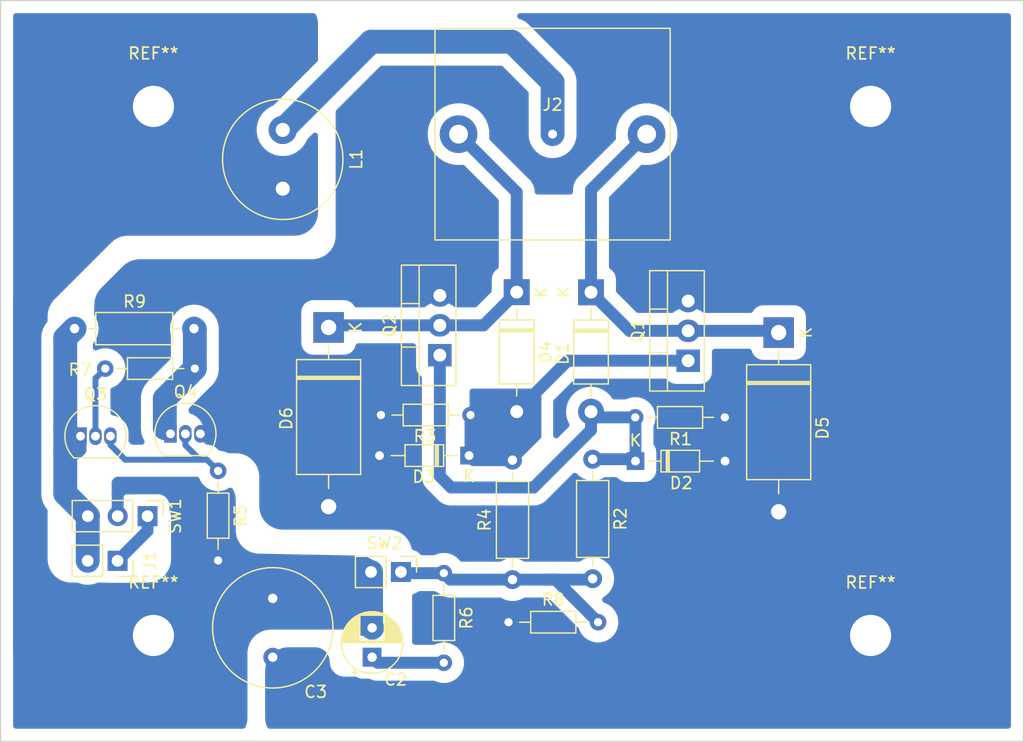
<source format=kicad_pcb>
(kicad_pcb (version 20171130) (host pcbnew "(5.1.6)-1")

  (general
    (thickness 1.6)
    (drawings 9)
    (tracks 110)
    (zones 0)
    (modules 30)
    (nets 15)
  )

  (page A4)
  (layers
    (0 F.Cu signal)
    (31 B.Cu signal)
    (32 B.Adhes user)
    (33 F.Adhes user)
    (34 B.Paste user)
    (35 F.Paste user)
    (36 B.SilkS user)
    (37 F.SilkS user)
    (38 B.Mask user)
    (39 F.Mask user)
    (40 Dwgs.User user)
    (41 Cmts.User user)
    (42 Eco1.User user)
    (43 Eco2.User user)
    (44 Edge.Cuts user)
    (45 Margin user)
    (46 B.CrtYd user)
    (47 F.CrtYd user)
    (48 B.Fab user)
    (49 F.Fab user)
  )

  (setup
    (last_trace_width 1.016)
    (user_trace_width 0.508)
    (user_trace_width 1.016)
    (user_trace_width 2.032)
    (trace_clearance 1.016)
    (zone_clearance 2.016)
    (zone_45_only yes)
    (trace_min 0.2)
    (via_size 1.5748)
    (via_drill 0.8128)
    (via_min_size 0.4)
    (via_min_drill 0.3)
    (uvia_size 0.3)
    (uvia_drill 0.1)
    (uvias_allowed no)
    (uvia_min_size 0.2)
    (uvia_min_drill 0.1)
    (edge_width 0.05)
    (segment_width 0.2)
    (pcb_text_width 0.3)
    (pcb_text_size 1.5 1.5)
    (mod_edge_width 0.12)
    (mod_text_size 1 1)
    (mod_text_width 0.15)
    (pad_size 7 7)
    (pad_drill 3.5)
    (pad_to_mask_clearance 0.05)
    (aux_axis_origin 0 0)
    (visible_elements 7FFFFFFF)
    (pcbplotparams
      (layerselection 0x00000_fffffffe)
      (usegerberextensions false)
      (usegerberattributes true)
      (usegerberadvancedattributes true)
      (creategerberjobfile true)
      (excludeedgelayer true)
      (linewidth 0.100000)
      (plotframeref false)
      (viasonmask false)
      (mode 1)
      (useauxorigin false)
      (hpglpennumber 1)
      (hpglpenspeed 20)
      (hpglpendiameter 15.000000)
      (psnegative false)
      (psa4output false)
      (plotreference true)
      (plotvalue true)
      (plotinvisibletext false)
      (padsonsilk false)
      (subtractmaskfromsilk false)
      (outputformat 1)
      (mirror false)
      (drillshape 0)
      (scaleselection 1)
      (outputdirectory ""))
  )

  (net 0 "")
  (net 1 +4V)
  (net 2 "Net-(C2-Pad1)")
  (net 3 GND)
  (net 4 /GATE_R)
  (net 5 /TANK_L)
  (net 6 /GATE_L)
  (net 7 /TANK_R)
  (net 8 -BATT)
  (net 9 "Net-(J1-Pad1)")
  (net 10 /CENTER_TAP)
  (net 11 "Net-(Q3-Pad3)")
  (net 12 "Net-(Q3-Pad2)")
  (net 13 "Net-(Q4-Pad1)")
  (net 14 /ENABLE)

  (net_class Default "This is the default net class."
    (clearance 1.016)
    (trace_width 1.016)
    (via_dia 1.5748)
    (via_drill 0.8128)
    (uvia_dia 0.3)
    (uvia_drill 0.1)
    (add_net +4V)
    (add_net -BATT)
    (add_net /CENTER_TAP)
    (add_net /ENABLE)
    (add_net /GATE_L)
    (add_net /GATE_R)
    (add_net /TANK_L)
    (add_net /TANK_R)
    (add_net GND)
    (add_net "Net-(C2-Pad1)")
    (add_net "Net-(J1-Pad1)")
  )

  (net_class Signal ""
    (clearance 0.508)
    (trace_width 0.508)
    (via_dia 1.5748)
    (via_drill 0.8128)
    (uvia_dia 0.3)
    (uvia_drill 0.1)
    (add_net "Net-(Q3-Pad2)")
    (add_net "Net-(Q3-Pad3)")
    (add_net "Net-(Q4-Pad1)")
  )

  (module ZVS:Transformer_HV (layer F.Cu) (tedit 607593FD) (tstamp 60762F98)
    (at 66.95 31.36)
    (path /604EFAE0)
    (fp_text reference J2 (at 0 -2.5) (layer F.SilkS)
      (effects (font (size 1 1) (thickness 0.15)))
    )
    (fp_text value Conn_01x03 (at 0 -3.5) (layer F.Fab)
      (effects (font (size 1 1) (thickness 0.15)))
    )
    (fp_line (start -10 0) (end -10 -9) (layer F.SilkS) (width 0.12))
    (fp_line (start -10 -9) (end 10 -9) (layer F.SilkS) (width 0.12))
    (fp_line (start 10 -9) (end 10 9) (layer F.SilkS) (width 0.12))
    (fp_line (start 10 9) (end -10 9) (layer F.SilkS) (width 0.12))
    (fp_line (start -10 9) (end -10 -1) (layer F.SilkS) (width 0.12))
    (pad 2 thru_hole circle (at 0 0) (size 1.524 1.524) (drill 0.762) (layers *.Cu *.Mask)
      (net 10 /CENTER_TAP))
    (pad 3 thru_hole circle (at 8 0) (size 3.2 3.2) (drill 1.6) (layers *.Cu *.Mask)
      (net 5 /TANK_L))
    (pad 1 thru_hole circle (at -8 0) (size 3.2 3.2) (drill 1.6) (layers *.Cu *.Mask)
      (net 7 /TANK_R))
  )

  (module Diode_THT:D_DO-41_SOD81_P10.16mm_Horizontal (layer F.Cu) (tedit 5AE50CD5) (tstamp 60762EDB)
    (at 70.22 44.81 270)
    (descr "Diode, DO-41_SOD81 series, Axial, Horizontal, pin pitch=10.16mm, , length*diameter=5.2*2.7mm^2, , http://www.diodes.com/_files/packages/DO-41%20(Plastic).pdf")
    (tags "Diode DO-41_SOD81 series Axial Horizontal pin pitch 10.16mm  length 5.2mm diameter 2.7mm")
    (path /6055348D)
    (fp_text reference D1 (at 5.2 2.42 90) (layer F.SilkS)
      (effects (font (size 1 1) (thickness 0.15)))
    )
    (fp_text value 1N5819 (at 5.08 2.47 90) (layer F.Fab)
      (effects (font (size 1 1) (thickness 0.15)))
    )
    (fp_text user K (at -0.06 2.34 90) (layer F.SilkS)
      (effects (font (size 1 1) (thickness 0.15)))
    )
    (fp_text user K (at -0.03 2.33 90) (layer F.Fab)
      (effects (font (size 1 1) (thickness 0.15)))
    )
    (fp_text user %R (at 5.47 0 90) (layer F.Fab)
      (effects (font (size 1 1) (thickness 0.15)))
    )
    (fp_line (start 2.48 -1.35) (end 2.48 1.35) (layer F.Fab) (width 0.1))
    (fp_line (start 2.48 1.35) (end 7.68 1.35) (layer F.Fab) (width 0.1))
    (fp_line (start 7.68 1.35) (end 7.68 -1.35) (layer F.Fab) (width 0.1))
    (fp_line (start 7.68 -1.35) (end 2.48 -1.35) (layer F.Fab) (width 0.1))
    (fp_line (start 0 0) (end 2.48 0) (layer F.Fab) (width 0.1))
    (fp_line (start 10.16 0) (end 7.68 0) (layer F.Fab) (width 0.1))
    (fp_line (start 3.26 -1.35) (end 3.26 1.35) (layer F.Fab) (width 0.1))
    (fp_line (start 3.36 -1.35) (end 3.36 1.35) (layer F.Fab) (width 0.1))
    (fp_line (start 3.16 -1.35) (end 3.16 1.35) (layer F.Fab) (width 0.1))
    (fp_line (start 2.36 -1.47) (end 2.36 1.47) (layer F.SilkS) (width 0.12))
    (fp_line (start 2.36 1.47) (end 7.8 1.47) (layer F.SilkS) (width 0.12))
    (fp_line (start 7.8 1.47) (end 7.8 -1.47) (layer F.SilkS) (width 0.12))
    (fp_line (start 7.8 -1.47) (end 2.36 -1.47) (layer F.SilkS) (width 0.12))
    (fp_line (start 1.34 0) (end 2.36 0) (layer F.SilkS) (width 0.12))
    (fp_line (start 8.82 0) (end 7.8 0) (layer F.SilkS) (width 0.12))
    (fp_line (start 3.26 -1.47) (end 3.26 1.47) (layer F.SilkS) (width 0.12))
    (fp_line (start 3.38 -1.47) (end 3.38 1.47) (layer F.SilkS) (width 0.12))
    (fp_line (start 3.14 -1.47) (end 3.14 1.47) (layer F.SilkS) (width 0.12))
    (fp_line (start -1.35 -1.6) (end -1.35 1.6) (layer F.CrtYd) (width 0.05))
    (fp_line (start -1.35 1.6) (end 11.51 1.6) (layer F.CrtYd) (width 0.05))
    (fp_line (start 11.51 1.6) (end 11.51 -1.6) (layer F.CrtYd) (width 0.05))
    (fp_line (start 11.51 -1.6) (end -1.35 -1.6) (layer F.CrtYd) (width 0.05))
    (pad 2 thru_hole oval (at 10.16 0 270) (size 2.2 2.2) (drill 1.1) (layers *.Cu *.Mask)
      (net 4 /GATE_R))
    (pad 1 thru_hole rect (at 0 0 270) (size 2.2 2.2) (drill 1.1) (layers *.Cu *.Mask)
      (net 5 /TANK_L))
    (model ${KISYS3DMOD}/Diode_THT.3dshapes/D_DO-41_SOD81_P10.16mm_Horizontal.wrl
      (at (xyz 0 0 0))
      (scale (xyz 1 1 1))
      (rotate (xyz 0 0 0))
    )
  )

  (module Resistor_THT:R_Axial_DIN0204_L3.6mm_D1.6mm_P7.62mm_Horizontal (layer F.Cu) (tedit 5AE5139B) (tstamp 60763011)
    (at 81.6 55.45 180)
    (descr "Resistor, Axial_DIN0204 series, Axial, Horizontal, pin pitch=7.62mm, 0.167W, length*diameter=3.6*1.6mm^2, http://cdn-reichelt.de/documents/datenblatt/B400/1_4W%23YAG.pdf")
    (tags "Resistor Axial_DIN0204 series Axial Horizontal pin pitch 7.62mm 0.167W length 3.6mm diameter 1.6mm")
    (path /605706F1)
    (fp_text reference R1 (at 3.77 -1.85) (layer F.SilkS)
      (effects (font (size 1 1) (thickness 0.15)))
    )
    (fp_text value 50k (at 3.81 1.92) (layer F.Fab)
      (effects (font (size 1 1) (thickness 0.15)))
    )
    (fp_text user %R (at 3.81 0) (layer F.Fab)
      (effects (font (size 0.72 0.72) (thickness 0.108)))
    )
    (fp_line (start 2.01 -0.8) (end 2.01 0.8) (layer F.Fab) (width 0.1))
    (fp_line (start 2.01 0.8) (end 5.61 0.8) (layer F.Fab) (width 0.1))
    (fp_line (start 5.61 0.8) (end 5.61 -0.8) (layer F.Fab) (width 0.1))
    (fp_line (start 5.61 -0.8) (end 2.01 -0.8) (layer F.Fab) (width 0.1))
    (fp_line (start 0 0) (end 2.01 0) (layer F.Fab) (width 0.1))
    (fp_line (start 7.62 0) (end 5.61 0) (layer F.Fab) (width 0.1))
    (fp_line (start 1.89 -0.92) (end 1.89 0.92) (layer F.SilkS) (width 0.12))
    (fp_line (start 1.89 0.92) (end 5.73 0.92) (layer F.SilkS) (width 0.12))
    (fp_line (start 5.73 0.92) (end 5.73 -0.92) (layer F.SilkS) (width 0.12))
    (fp_line (start 5.73 -0.92) (end 1.89 -0.92) (layer F.SilkS) (width 0.12))
    (fp_line (start 0.94 0) (end 1.89 0) (layer F.SilkS) (width 0.12))
    (fp_line (start 6.68 0) (end 5.73 0) (layer F.SilkS) (width 0.12))
    (fp_line (start -0.95 -1.05) (end -0.95 1.05) (layer F.CrtYd) (width 0.05))
    (fp_line (start -0.95 1.05) (end 8.57 1.05) (layer F.CrtYd) (width 0.05))
    (fp_line (start 8.57 1.05) (end 8.57 -1.05) (layer F.CrtYd) (width 0.05))
    (fp_line (start 8.57 -1.05) (end -0.95 -1.05) (layer F.CrtYd) (width 0.05))
    (pad 2 thru_hole oval (at 7.62 0 180) (size 1.4 1.4) (drill 0.7) (layers *.Cu *.Mask)
      (net 4 /GATE_R))
    (pad 1 thru_hole circle (at 0 0 180) (size 1.4 1.4) (drill 0.7) (layers *.Cu *.Mask)
      (net 3 GND))
    (model ${KISYS3DMOD}/Resistor_THT.3dshapes/R_Axial_DIN0204_L3.6mm_D1.6mm_P7.62mm_Horizontal.wrl
      (at (xyz 0 0 0))
      (scale (xyz 1 1 1))
      (rotate (xyz 0 0 0))
    )
  )

  (module Diode_THT:D_DO-34_SOD68_P7.62mm_Horizontal (layer F.Cu) (tedit 5AE50CD5) (tstamp 6076661C)
    (at 74 59.17)
    (descr "Diode, DO-34_SOD68 series, Axial, Horizontal, pin pitch=7.62mm, , length*diameter=3.04*1.6mm^2, , https://www.nxp.com/docs/en/data-sheet/KTY83_SER.pdf")
    (tags "Diode DO-34_SOD68 series Axial Horizontal pin pitch 7.62mm  length 3.04mm diameter 1.6mm")
    (path /60569826)
    (fp_text reference D2 (at 3.89 1.87) (layer F.SilkS)
      (effects (font (size 1 1) (thickness 0.15)))
    )
    (fp_text value 3V9 (at 3.81 1.92) (layer F.Fab)
      (effects (font (size 1 1) (thickness 0.15)))
    )
    (fp_text user K (at 0 -1.75) (layer F.SilkS)
      (effects (font (size 1 1) (thickness 0.15)))
    )
    (fp_text user K (at 0 -1.75) (layer F.Fab)
      (effects (font (size 1 1) (thickness 0.15)))
    )
    (fp_text user %R (at 4.038 0) (layer F.Fab)
      (effects (font (size 0.608 0.608) (thickness 0.0912)))
    )
    (fp_line (start 2.29 -0.8) (end 2.29 0.8) (layer F.Fab) (width 0.1))
    (fp_line (start 2.29 0.8) (end 5.33 0.8) (layer F.Fab) (width 0.1))
    (fp_line (start 5.33 0.8) (end 5.33 -0.8) (layer F.Fab) (width 0.1))
    (fp_line (start 5.33 -0.8) (end 2.29 -0.8) (layer F.Fab) (width 0.1))
    (fp_line (start 0 0) (end 2.29 0) (layer F.Fab) (width 0.1))
    (fp_line (start 7.62 0) (end 5.33 0) (layer F.Fab) (width 0.1))
    (fp_line (start 2.746 -0.8) (end 2.746 0.8) (layer F.Fab) (width 0.1))
    (fp_line (start 2.846 -0.8) (end 2.846 0.8) (layer F.Fab) (width 0.1))
    (fp_line (start 2.646 -0.8) (end 2.646 0.8) (layer F.Fab) (width 0.1))
    (fp_line (start 2.17 -0.92) (end 2.17 0.92) (layer F.SilkS) (width 0.12))
    (fp_line (start 2.17 0.92) (end 5.45 0.92) (layer F.SilkS) (width 0.12))
    (fp_line (start 5.45 0.92) (end 5.45 -0.92) (layer F.SilkS) (width 0.12))
    (fp_line (start 5.45 -0.92) (end 2.17 -0.92) (layer F.SilkS) (width 0.12))
    (fp_line (start 0.99 0) (end 2.17 0) (layer F.SilkS) (width 0.12))
    (fp_line (start 6.63 0) (end 5.45 0) (layer F.SilkS) (width 0.12))
    (fp_line (start 2.746 -0.92) (end 2.746 0.92) (layer F.SilkS) (width 0.12))
    (fp_line (start 2.866 -0.92) (end 2.866 0.92) (layer F.SilkS) (width 0.12))
    (fp_line (start 2.626 -0.92) (end 2.626 0.92) (layer F.SilkS) (width 0.12))
    (fp_line (start -1 -1.05) (end -1 1.05) (layer F.CrtYd) (width 0.05))
    (fp_line (start -1 1.05) (end 8.63 1.05) (layer F.CrtYd) (width 0.05))
    (fp_line (start 8.63 1.05) (end 8.63 -1.05) (layer F.CrtYd) (width 0.05))
    (fp_line (start 8.63 -1.05) (end -1 -1.05) (layer F.CrtYd) (width 0.05))
    (pad 2 thru_hole oval (at 7.62 0) (size 1.5 1.5) (drill 0.75) (layers *.Cu *.Mask)
      (net 3 GND))
    (pad 1 thru_hole rect (at 0 0) (size 1.5 1.5) (drill 0.75) (layers *.Cu *.Mask)
      (net 4 /GATE_R))
    (model ${KISYS3DMOD}/Diode_THT.3dshapes/D_DO-34_SOD68_P7.62mm_Horizontal.wrl
      (at (xyz 0 0 0))
      (scale (xyz 1 1 1))
      (rotate (xyz 0 0 0))
    )
  )

  (module Package_TO_SOT_THT:TO-220-3_Vertical (layer F.Cu) (tedit 5AC8BA0D) (tstamp 60762FBC)
    (at 78.48 50.63 90)
    (descr "TO-220-3, Vertical, RM 2.54mm, see https://www.vishay.com/docs/66542/to-220-1.pdf")
    (tags "TO-220-3 Vertical RM 2.54mm")
    (path /605220E8)
    (fp_text reference Q1 (at 2.54 -4.27 90) (layer F.SilkS)
      (effects (font (size 1 1) (thickness 0.15)))
    )
    (fp_text value IRLZ44N (at 2.54 2.5 90) (layer F.Fab)
      (effects (font (size 1 1) (thickness 0.15)))
    )
    (fp_text user %R (at 2.54 -4.27 90) (layer F.Fab)
      (effects (font (size 1 1) (thickness 0.15)))
    )
    (fp_line (start -2.46 -3.15) (end -2.46 1.25) (layer F.Fab) (width 0.1))
    (fp_line (start -2.46 1.25) (end 7.54 1.25) (layer F.Fab) (width 0.1))
    (fp_line (start 7.54 1.25) (end 7.54 -3.15) (layer F.Fab) (width 0.1))
    (fp_line (start 7.54 -3.15) (end -2.46 -3.15) (layer F.Fab) (width 0.1))
    (fp_line (start -2.46 -1.88) (end 7.54 -1.88) (layer F.Fab) (width 0.1))
    (fp_line (start 0.69 -3.15) (end 0.69 -1.88) (layer F.Fab) (width 0.1))
    (fp_line (start 4.39 -3.15) (end 4.39 -1.88) (layer F.Fab) (width 0.1))
    (fp_line (start -2.58 -3.27) (end 7.66 -3.27) (layer F.SilkS) (width 0.12))
    (fp_line (start -2.58 1.371) (end 7.66 1.371) (layer F.SilkS) (width 0.12))
    (fp_line (start -2.58 -3.27) (end -2.58 1.371) (layer F.SilkS) (width 0.12))
    (fp_line (start 7.66 -3.27) (end 7.66 1.371) (layer F.SilkS) (width 0.12))
    (fp_line (start -2.58 -1.76) (end 7.66 -1.76) (layer F.SilkS) (width 0.12))
    (fp_line (start 0.69 -3.27) (end 0.69 -1.76) (layer F.SilkS) (width 0.12))
    (fp_line (start 4.391 -3.27) (end 4.391 -1.76) (layer F.SilkS) (width 0.12))
    (fp_line (start -2.71 -3.4) (end -2.71 1.51) (layer F.CrtYd) (width 0.05))
    (fp_line (start -2.71 1.51) (end 7.79 1.51) (layer F.CrtYd) (width 0.05))
    (fp_line (start 7.79 1.51) (end 7.79 -3.4) (layer F.CrtYd) (width 0.05))
    (fp_line (start 7.79 -3.4) (end -2.71 -3.4) (layer F.CrtYd) (width 0.05))
    (pad 3 thru_hole oval (at 5.08 0 90) (size 1.905 2) (drill 1.1) (layers *.Cu *.Mask)
      (net 3 GND))
    (pad 2 thru_hole oval (at 2.54 0 90) (size 1.905 2) (drill 1.1) (layers *.Cu *.Mask)
      (net 5 /TANK_L))
    (pad 1 thru_hole rect (at 0 0 90) (size 1.905 2) (drill 1.1) (layers *.Cu *.Mask)
      (net 6 /GATE_L))
    (model ${KISYS3DMOD}/Package_TO_SOT_THT.3dshapes/TO-220-3_Vertical.wrl
      (at (xyz 0 0 0))
      (scale (xyz 1 1 1))
      (rotate (xyz 0 0 0))
    )
  )

  (module Resistor_THT:R_Axial_DIN0207_L6.3mm_D2.5mm_P10.16mm_Horizontal (layer F.Cu) (tedit 5AE5139B) (tstamp 60767155)
    (at 70.36 59.01 270)
    (descr "Resistor, Axial_DIN0207 series, Axial, Horizontal, pin pitch=10.16mm, 0.25W = 1/4W, length*diameter=6.3*2.5mm^2, http://cdn-reichelt.de/documents/datenblatt/B400/1_4W%23YAG.pdf")
    (tags "Resistor Axial_DIN0207 series Axial Horizontal pin pitch 10.16mm 0.25W = 1/4W length 6.3mm diameter 2.5mm")
    (path /6054D8D2)
    (fp_text reference R2 (at 5.08 -2.37 90) (layer F.SilkS)
      (effects (font (size 1 1) (thickness 0.15)))
    )
    (fp_text value 56 (at 5.08 2.37 90) (layer F.Fab)
      (effects (font (size 1 1) (thickness 0.15)))
    )
    (fp_text user %R (at 5.08 0 90) (layer F.Fab)
      (effects (font (size 1 1) (thickness 0.15)))
    )
    (fp_line (start 1.93 -1.25) (end 1.93 1.25) (layer F.Fab) (width 0.1))
    (fp_line (start 1.93 1.25) (end 8.23 1.25) (layer F.Fab) (width 0.1))
    (fp_line (start 8.23 1.25) (end 8.23 -1.25) (layer F.Fab) (width 0.1))
    (fp_line (start 8.23 -1.25) (end 1.93 -1.25) (layer F.Fab) (width 0.1))
    (fp_line (start 0 0) (end 1.93 0) (layer F.Fab) (width 0.1))
    (fp_line (start 10.16 0) (end 8.23 0) (layer F.Fab) (width 0.1))
    (fp_line (start 1.81 -1.37) (end 1.81 1.37) (layer F.SilkS) (width 0.12))
    (fp_line (start 1.81 1.37) (end 8.35 1.37) (layer F.SilkS) (width 0.12))
    (fp_line (start 8.35 1.37) (end 8.35 -1.37) (layer F.SilkS) (width 0.12))
    (fp_line (start 8.35 -1.37) (end 1.81 -1.37) (layer F.SilkS) (width 0.12))
    (fp_line (start 1.04 0) (end 1.81 0) (layer F.SilkS) (width 0.12))
    (fp_line (start 9.12 0) (end 8.35 0) (layer F.SilkS) (width 0.12))
    (fp_line (start -1.05 -1.5) (end -1.05 1.5) (layer F.CrtYd) (width 0.05))
    (fp_line (start -1.05 1.5) (end 11.21 1.5) (layer F.CrtYd) (width 0.05))
    (fp_line (start 11.21 1.5) (end 11.21 -1.5) (layer F.CrtYd) (width 0.05))
    (fp_line (start 11.21 -1.5) (end -1.05 -1.5) (layer F.CrtYd) (width 0.05))
    (pad 2 thru_hole oval (at 10.16 0 270) (size 1.6 1.6) (drill 0.8) (layers *.Cu *.Mask)
      (net 14 /ENABLE))
    (pad 1 thru_hole circle (at 0 0 270) (size 1.6 1.6) (drill 0.8) (layers *.Cu *.Mask)
      (net 4 /GATE_R))
    (model ${KISYS3DMOD}/Resistor_THT.3dshapes/R_Axial_DIN0207_L6.3mm_D2.5mm_P10.16mm_Horizontal.wrl
      (at (xyz 0 0 0))
      (scale (xyz 1 1 1))
      (rotate (xyz 0 0 0))
    )
  )

  (module Diode_THT:D_DO-201_P15.24mm_Horizontal (layer F.Cu) (tedit 5AE50CD5) (tstamp 60762F57)
    (at 86.18 48.24 270)
    (descr "Diode, DO-201 series, Axial, Horizontal, pin pitch=15.24mm, , length*diameter=9.53*5.21mm^2, , http://www.diodes.com/_files/packages/DO-201.pdf")
    (tags "Diode DO-201 series Axial Horizontal pin pitch 15.24mm  length 9.53mm diameter 5.21mm")
    (path /60643027)
    (fp_text reference D5 (at 8.12 -3.73 90) (layer F.SilkS)
      (effects (font (size 1 1) (thickness 0.15)))
    )
    (fp_text value 1N53xxB (at 8 -2 90) (layer F.Fab)
      (effects (font (size 1 1) (thickness 0.15)))
    )
    (fp_text user K (at 0 -2.3 90) (layer F.SilkS)
      (effects (font (size 1 1) (thickness 0.15)))
    )
    (fp_text user K (at 0 -2.3 90) (layer F.Fab)
      (effects (font (size 1 1) (thickness 0.15)))
    )
    (fp_text user %R (at 8.33475 0 90) (layer F.Fab)
      (effects (font (size 1 1) (thickness 0.15)))
    )
    (fp_line (start 2.855 -2.605) (end 2.855 2.605) (layer F.Fab) (width 0.1))
    (fp_line (start 2.855 2.605) (end 12.385 2.605) (layer F.Fab) (width 0.1))
    (fp_line (start 12.385 2.605) (end 12.385 -2.605) (layer F.Fab) (width 0.1))
    (fp_line (start 12.385 -2.605) (end 2.855 -2.605) (layer F.Fab) (width 0.1))
    (fp_line (start 0 0) (end 2.855 0) (layer F.Fab) (width 0.1))
    (fp_line (start 15.24 0) (end 12.385 0) (layer F.Fab) (width 0.1))
    (fp_line (start 4.2845 -2.605) (end 4.2845 2.605) (layer F.Fab) (width 0.1))
    (fp_line (start 4.3845 -2.605) (end 4.3845 2.605) (layer F.Fab) (width 0.1))
    (fp_line (start 4.1845 -2.605) (end 4.1845 2.605) (layer F.Fab) (width 0.1))
    (fp_line (start 2.735 -2.725) (end 2.735 2.725) (layer F.SilkS) (width 0.12))
    (fp_line (start 2.735 2.725) (end 12.505 2.725) (layer F.SilkS) (width 0.12))
    (fp_line (start 12.505 2.725) (end 12.505 -2.725) (layer F.SilkS) (width 0.12))
    (fp_line (start 12.505 -2.725) (end 2.735 -2.725) (layer F.SilkS) (width 0.12))
    (fp_line (start 1.54 0) (end 2.735 0) (layer F.SilkS) (width 0.12))
    (fp_line (start 13.7 0) (end 12.505 0) (layer F.SilkS) (width 0.12))
    (fp_line (start 4.2845 -2.725) (end 4.2845 2.725) (layer F.SilkS) (width 0.12))
    (fp_line (start 4.4045 -2.725) (end 4.4045 2.725) (layer F.SilkS) (width 0.12))
    (fp_line (start 4.1645 -2.725) (end 4.1645 2.725) (layer F.SilkS) (width 0.12))
    (fp_line (start -1.55 -2.86) (end -1.55 2.86) (layer F.CrtYd) (width 0.05))
    (fp_line (start -1.55 2.86) (end 16.79 2.86) (layer F.CrtYd) (width 0.05))
    (fp_line (start 16.79 2.86) (end 16.79 -2.86) (layer F.CrtYd) (width 0.05))
    (fp_line (start 16.79 -2.86) (end -1.55 -2.86) (layer F.CrtYd) (width 0.05))
    (pad 2 thru_hole oval (at 15.24 0 270) (size 2.6 2.6) (drill 1.3) (layers *.Cu *.Mask)
      (net 3 GND))
    (pad 1 thru_hole rect (at 0 0 270) (size 2.6 2.6) (drill 1.3) (layers *.Cu *.Mask)
      (net 5 /TANK_L))
    (model ${KISYS3DMOD}/Diode_THT.3dshapes/D_DO-201_P15.24mm_Horizontal.wrl
      (at (xyz 0 0 0))
      (scale (xyz 1 1 1))
      (rotate (xyz 0 0 0))
    )
  )

  (module Resistor_THT:R_Axial_DIN0204_L3.6mm_D1.6mm_P7.62mm_Horizontal (layer F.Cu) (tedit 5AE5139B) (tstamp 60763084)
    (at 57.7 68.7 270)
    (descr "Resistor, Axial_DIN0204 series, Axial, Horizontal, pin pitch=7.62mm, 0.167W, length*diameter=3.6*1.6mm^2, http://cdn-reichelt.de/documents/datenblatt/B400/1_4W%23YAG.pdf")
    (tags "Resistor Axial_DIN0204 series Axial Horizontal pin pitch 7.62mm 0.167W length 3.6mm diameter 1.6mm")
    (path /604FFE26)
    (fp_text reference R6 (at 3.81 -1.92 90) (layer F.SilkS)
      (effects (font (size 1 1) (thickness 0.15)))
    )
    (fp_text value 10 (at 3.81 1.92 90) (layer F.Fab)
      (effects (font (size 1 1) (thickness 0.15)))
    )
    (fp_text user %R (at 3.81 0 90) (layer F.Fab)
      (effects (font (size 0.72 0.72) (thickness 0.108)))
    )
    (fp_line (start 2.01 -0.8) (end 2.01 0.8) (layer F.Fab) (width 0.1))
    (fp_line (start 2.01 0.8) (end 5.61 0.8) (layer F.Fab) (width 0.1))
    (fp_line (start 5.61 0.8) (end 5.61 -0.8) (layer F.Fab) (width 0.1))
    (fp_line (start 5.61 -0.8) (end 2.01 -0.8) (layer F.Fab) (width 0.1))
    (fp_line (start 0 0) (end 2.01 0) (layer F.Fab) (width 0.1))
    (fp_line (start 7.62 0) (end 5.61 0) (layer F.Fab) (width 0.1))
    (fp_line (start 1.89 -0.92) (end 1.89 0.92) (layer F.SilkS) (width 0.12))
    (fp_line (start 1.89 0.92) (end 5.73 0.92) (layer F.SilkS) (width 0.12))
    (fp_line (start 5.73 0.92) (end 5.73 -0.92) (layer F.SilkS) (width 0.12))
    (fp_line (start 5.73 -0.92) (end 1.89 -0.92) (layer F.SilkS) (width 0.12))
    (fp_line (start 0.94 0) (end 1.89 0) (layer F.SilkS) (width 0.12))
    (fp_line (start 6.68 0) (end 5.73 0) (layer F.SilkS) (width 0.12))
    (fp_line (start -0.95 -1.05) (end -0.95 1.05) (layer F.CrtYd) (width 0.05))
    (fp_line (start -0.95 1.05) (end 8.57 1.05) (layer F.CrtYd) (width 0.05))
    (fp_line (start 8.57 1.05) (end 8.57 -1.05) (layer F.CrtYd) (width 0.05))
    (fp_line (start 8.57 -1.05) (end -0.95 -1.05) (layer F.CrtYd) (width 0.05))
    (pad 2 thru_hole oval (at 7.62 0 270) (size 1.4 1.4) (drill 0.7) (layers *.Cu *.Mask)
      (net 2 "Net-(C2-Pad1)"))
    (pad 1 thru_hole circle (at 0 0 270) (size 1.4 1.4) (drill 0.7) (layers *.Cu *.Mask)
      (net 14 /ENABLE))
    (model ${KISYS3DMOD}/Resistor_THT.3dshapes/R_Axial_DIN0204_L3.6mm_D1.6mm_P7.62mm_Horizontal.wrl
      (at (xyz 0 0 0))
      (scale (xyz 1 1 1))
      (rotate (xyz 0 0 0))
    )
  )

  (module Connector_PinHeader_2.54mm:PinHeader_1x02_P2.54mm_Vertical (layer F.Cu) (tedit 59FED5CC) (tstamp 607630F6)
    (at 54.05 68.6 270)
    (descr "Through hole straight pin header, 1x02, 2.54mm pitch, single row")
    (tags "Through hole pin header THT 1x02 2.54mm single row")
    (path /604FDF1F)
    (fp_text reference SW2 (at -2.45 1.4 180) (layer F.SilkS)
      (effects (font (size 1 1) (thickness 0.15)))
    )
    (fp_text value SW_Push (at 2.5 1.3 180) (layer F.Fab)
      (effects (font (size 1 1) (thickness 0.15)))
    )
    (fp_text user %R (at 0 1.27) (layer F.Fab)
      (effects (font (size 1 1) (thickness 0.15)))
    )
    (fp_line (start -0.635 -1.27) (end 1.27 -1.27) (layer F.Fab) (width 0.1))
    (fp_line (start 1.27 -1.27) (end 1.27 3.81) (layer F.Fab) (width 0.1))
    (fp_line (start 1.27 3.81) (end -1.27 3.81) (layer F.Fab) (width 0.1))
    (fp_line (start -1.27 3.81) (end -1.27 -0.635) (layer F.Fab) (width 0.1))
    (fp_line (start -1.27 -0.635) (end -0.635 -1.27) (layer F.Fab) (width 0.1))
    (fp_line (start -1.33 3.87) (end 1.33 3.87) (layer F.SilkS) (width 0.12))
    (fp_line (start -1.33 1.27) (end -1.33 3.87) (layer F.SilkS) (width 0.12))
    (fp_line (start 1.33 1.27) (end 1.33 3.87) (layer F.SilkS) (width 0.12))
    (fp_line (start -1.33 1.27) (end 1.33 1.27) (layer F.SilkS) (width 0.12))
    (fp_line (start -1.33 0) (end -1.33 -1.33) (layer F.SilkS) (width 0.12))
    (fp_line (start -1.33 -1.33) (end 0 -1.33) (layer F.SilkS) (width 0.12))
    (fp_line (start -1.8 -1.8) (end -1.8 4.35) (layer F.CrtYd) (width 0.05))
    (fp_line (start -1.8 4.35) (end 1.8 4.35) (layer F.CrtYd) (width 0.05))
    (fp_line (start 1.8 4.35) (end 1.8 -1.8) (layer F.CrtYd) (width 0.05))
    (fp_line (start 1.8 -1.8) (end -1.8 -1.8) (layer F.CrtYd) (width 0.05))
    (pad 2 thru_hole oval (at 0 2.54 270) (size 1.7 1.7) (drill 1) (layers *.Cu *.Mask)
      (net 1 +4V))
    (pad 1 thru_hole rect (at 0 0 270) (size 1.7 1.7) (drill 1) (layers *.Cu *.Mask)
      (net 14 /ENABLE))
    (model ${KISYS3DMOD}/Connector_PinHeader_2.54mm.3dshapes/PinHeader_1x02_P2.54mm_Vertical.wrl
      (at (xyz 0 0 0))
      (scale (xyz 1 1 1))
      (rotate (xyz 0 0 0))
    )
  )

  (module Connector_PinHeader_2.54mm:PinHeader_1x03_P2.54mm_Vertical (layer F.Cu) (tedit 59FED5CC) (tstamp 607630E0)
    (at 32.5 63.85 270)
    (descr "Through hole straight pin header, 1x03, 2.54mm pitch, single row")
    (tags "Through hole pin header THT 1x03 2.54mm single row")
    (path /6063405D)
    (fp_text reference SW1 (at 0 -2.33 90) (layer F.SilkS)
      (effects (font (size 1 1) (thickness 0.15)))
    )
    (fp_text value SW_SPDT (at 0 7.41 90) (layer F.Fab)
      (effects (font (size 1 1) (thickness 0.15)))
    )
    (fp_text user %R (at 0 2.54) (layer F.Fab)
      (effects (font (size 1 1) (thickness 0.15)))
    )
    (fp_line (start -0.635 -1.27) (end 1.27 -1.27) (layer F.Fab) (width 0.1))
    (fp_line (start 1.27 -1.27) (end 1.27 6.35) (layer F.Fab) (width 0.1))
    (fp_line (start 1.27 6.35) (end -1.27 6.35) (layer F.Fab) (width 0.1))
    (fp_line (start -1.27 6.35) (end -1.27 -0.635) (layer F.Fab) (width 0.1))
    (fp_line (start -1.27 -0.635) (end -0.635 -1.27) (layer F.Fab) (width 0.1))
    (fp_line (start -1.33 6.41) (end 1.33 6.41) (layer F.SilkS) (width 0.12))
    (fp_line (start -1.33 1.27) (end -1.33 6.41) (layer F.SilkS) (width 0.12))
    (fp_line (start 1.33 1.27) (end 1.33 6.41) (layer F.SilkS) (width 0.12))
    (fp_line (start -1.33 1.27) (end 1.33 1.27) (layer F.SilkS) (width 0.12))
    (fp_line (start -1.33 0) (end -1.33 -1.33) (layer F.SilkS) (width 0.12))
    (fp_line (start -1.33 -1.33) (end 0 -1.33) (layer F.SilkS) (width 0.12))
    (fp_line (start -1.8 -1.8) (end -1.8 6.85) (layer F.CrtYd) (width 0.05))
    (fp_line (start -1.8 6.85) (end 1.8 6.85) (layer F.CrtYd) (width 0.05))
    (fp_line (start 1.8 6.85) (end 1.8 -1.8) (layer F.CrtYd) (width 0.05))
    (fp_line (start 1.8 -1.8) (end -1.8 -1.8) (layer F.CrtYd) (width 0.05))
    (pad 3 thru_hole oval (at 0 5.08 270) (size 1.7 1.7) (drill 1) (layers *.Cu *.Mask)
      (net 8 -BATT))
    (pad 2 thru_hole oval (at 0 2.54 270) (size 1.7 1.7) (drill 1) (layers *.Cu *.Mask)
      (net 1 +4V))
    (pad 1 thru_hole rect (at 0 0 270) (size 1.7 1.7) (drill 1) (layers *.Cu *.Mask)
      (net 9 "Net-(J1-Pad1)"))
    (model ${KISYS3DMOD}/Connector_PinHeader_2.54mm.3dshapes/PinHeader_1x03_P2.54mm_Vertical.wrl
      (at (xyz 0 0 0))
      (scale (xyz 1 1 1))
      (rotate (xyz 0 0 0))
    )
  )

  (module Resistor_THT:R_Axial_DIN0207_L6.3mm_D2.5mm_P10.16mm_Horizontal (layer F.Cu) (tedit 5AE5139B) (tstamp 607630C9)
    (at 36.45 47.9 180)
    (descr "Resistor, Axial_DIN0207 series, Axial, Horizontal, pin pitch=10.16mm, 0.25W = 1/4W, length*diameter=6.3*2.5mm^2, http://cdn-reichelt.de/documents/datenblatt/B400/1_4W%23YAG.pdf")
    (tags "Resistor Axial_DIN0207 series Axial Horizontal pin pitch 10.16mm 0.25W = 1/4W length 6.3mm diameter 2.5mm")
    (path /604D8842)
    (fp_text reference R9 (at 5.05 2.3) (layer F.SilkS)
      (effects (font (size 1 1) (thickness 0.15)))
    )
    (fp_text value 0.1 (at 5.08 2.37) (layer F.Fab)
      (effects (font (size 1 1) (thickness 0.15)))
    )
    (fp_text user %R (at 5.08 0) (layer F.Fab)
      (effects (font (size 1 1) (thickness 0.15)))
    )
    (fp_line (start 1.93 -1.25) (end 1.93 1.25) (layer F.Fab) (width 0.1))
    (fp_line (start 1.93 1.25) (end 8.23 1.25) (layer F.Fab) (width 0.1))
    (fp_line (start 8.23 1.25) (end 8.23 -1.25) (layer F.Fab) (width 0.1))
    (fp_line (start 8.23 -1.25) (end 1.93 -1.25) (layer F.Fab) (width 0.1))
    (fp_line (start 0 0) (end 1.93 0) (layer F.Fab) (width 0.1))
    (fp_line (start 10.16 0) (end 8.23 0) (layer F.Fab) (width 0.1))
    (fp_line (start 1.81 -1.37) (end 1.81 1.37) (layer F.SilkS) (width 0.12))
    (fp_line (start 1.81 1.37) (end 8.35 1.37) (layer F.SilkS) (width 0.12))
    (fp_line (start 8.35 1.37) (end 8.35 -1.37) (layer F.SilkS) (width 0.12))
    (fp_line (start 8.35 -1.37) (end 1.81 -1.37) (layer F.SilkS) (width 0.12))
    (fp_line (start 1.04 0) (end 1.81 0) (layer F.SilkS) (width 0.12))
    (fp_line (start 9.12 0) (end 8.35 0) (layer F.SilkS) (width 0.12))
    (fp_line (start -1.05 -1.5) (end -1.05 1.5) (layer F.CrtYd) (width 0.05))
    (fp_line (start -1.05 1.5) (end 11.21 1.5) (layer F.CrtYd) (width 0.05))
    (fp_line (start 11.21 1.5) (end 11.21 -1.5) (layer F.CrtYd) (width 0.05))
    (fp_line (start 11.21 -1.5) (end -1.05 -1.5) (layer F.CrtYd) (width 0.05))
    (pad 2 thru_hole oval (at 10.16 0 180) (size 1.6 1.6) (drill 0.8) (layers *.Cu *.Mask)
      (net 8 -BATT))
    (pad 1 thru_hole circle (at 0 0 180) (size 1.6 1.6) (drill 0.8) (layers *.Cu *.Mask)
      (net 13 "Net-(Q4-Pad1)"))
    (model ${KISYS3DMOD}/Resistor_THT.3dshapes/R_Axial_DIN0207_L6.3mm_D2.5mm_P10.16mm_Horizontal.wrl
      (at (xyz 0 0 0))
      (scale (xyz 1 1 1))
      (rotate (xyz 0 0 0))
    )
  )

  (module Resistor_THT:R_Axial_DIN0204_L3.6mm_D1.6mm_P7.62mm_Horizontal (layer F.Cu) (tedit 5AE5139B) (tstamp 607630B2)
    (at 63.2 72.87)
    (descr "Resistor, Axial_DIN0204 series, Axial, Horizontal, pin pitch=7.62mm, 0.167W, length*diameter=3.6*1.6mm^2, http://cdn-reichelt.de/documents/datenblatt/B400/1_4W%23YAG.pdf")
    (tags "Resistor Axial_DIN0204 series Axial Horizontal pin pitch 7.62mm 0.167W length 3.6mm diameter 1.6mm")
    (path /6050FBFA)
    (fp_text reference R8 (at 3.81 -1.92) (layer F.SilkS)
      (effects (font (size 1 1) (thickness 0.15)))
    )
    (fp_text value 1k (at 3.81 1.92) (layer F.Fab)
      (effects (font (size 1 1) (thickness 0.15)))
    )
    (fp_text user %R (at 3.81 0) (layer F.Fab)
      (effects (font (size 0.72 0.72) (thickness 0.108)))
    )
    (fp_line (start 2.01 -0.8) (end 2.01 0.8) (layer F.Fab) (width 0.1))
    (fp_line (start 2.01 0.8) (end 5.61 0.8) (layer F.Fab) (width 0.1))
    (fp_line (start 5.61 0.8) (end 5.61 -0.8) (layer F.Fab) (width 0.1))
    (fp_line (start 5.61 -0.8) (end 2.01 -0.8) (layer F.Fab) (width 0.1))
    (fp_line (start 0 0) (end 2.01 0) (layer F.Fab) (width 0.1))
    (fp_line (start 7.62 0) (end 5.61 0) (layer F.Fab) (width 0.1))
    (fp_line (start 1.89 -0.92) (end 1.89 0.92) (layer F.SilkS) (width 0.12))
    (fp_line (start 1.89 0.92) (end 5.73 0.92) (layer F.SilkS) (width 0.12))
    (fp_line (start 5.73 0.92) (end 5.73 -0.92) (layer F.SilkS) (width 0.12))
    (fp_line (start 5.73 -0.92) (end 1.89 -0.92) (layer F.SilkS) (width 0.12))
    (fp_line (start 0.94 0) (end 1.89 0) (layer F.SilkS) (width 0.12))
    (fp_line (start 6.68 0) (end 5.73 0) (layer F.SilkS) (width 0.12))
    (fp_line (start -0.95 -1.05) (end -0.95 1.05) (layer F.CrtYd) (width 0.05))
    (fp_line (start -0.95 1.05) (end 8.57 1.05) (layer F.CrtYd) (width 0.05))
    (fp_line (start 8.57 1.05) (end 8.57 -1.05) (layer F.CrtYd) (width 0.05))
    (fp_line (start 8.57 -1.05) (end -0.95 -1.05) (layer F.CrtYd) (width 0.05))
    (pad 2 thru_hole oval (at 7.62 0) (size 1.4 1.4) (drill 0.7) (layers *.Cu *.Mask)
      (net 14 /ENABLE))
    (pad 1 thru_hole circle (at 0 0) (size 1.4 1.4) (drill 0.7) (layers *.Cu *.Mask)
      (net 3 GND))
    (model ${KISYS3DMOD}/Resistor_THT.3dshapes/R_Axial_DIN0204_L3.6mm_D1.6mm_P7.62mm_Horizontal.wrl
      (at (xyz 0 0 0))
      (scale (xyz 1 1 1))
      (rotate (xyz 0 0 0))
    )
  )

  (module Resistor_THT:R_Axial_DIN0204_L3.6mm_D1.6mm_P7.62mm_Horizontal (layer F.Cu) (tedit 5AE5139B) (tstamp 60764148)
    (at 28.9 51.3)
    (descr "Resistor, Axial_DIN0204 series, Axial, Horizontal, pin pitch=7.62mm, 0.167W, length*diameter=3.6*1.6mm^2, http://cdn-reichelt.de/documents/datenblatt/B400/1_4W%23YAG.pdf")
    (tags "Resistor Axial_DIN0204 series Axial Horizontal pin pitch 7.62mm 0.167W length 3.6mm diameter 1.6mm")
    (path /604DAB53)
    (fp_text reference R7 (at -2.15 0.1) (layer F.SilkS)
      (effects (font (size 1 1) (thickness 0.15)))
    )
    (fp_text value 1k (at 3.81 1.92) (layer F.Fab)
      (effects (font (size 1 1) (thickness 0.15)))
    )
    (fp_text user %R (at 3.81 0) (layer F.Fab)
      (effects (font (size 0.72 0.72) (thickness 0.108)))
    )
    (fp_line (start 2.01 -0.8) (end 2.01 0.8) (layer F.Fab) (width 0.1))
    (fp_line (start 2.01 0.8) (end 5.61 0.8) (layer F.Fab) (width 0.1))
    (fp_line (start 5.61 0.8) (end 5.61 -0.8) (layer F.Fab) (width 0.1))
    (fp_line (start 5.61 -0.8) (end 2.01 -0.8) (layer F.Fab) (width 0.1))
    (fp_line (start 0 0) (end 2.01 0) (layer F.Fab) (width 0.1))
    (fp_line (start 7.62 0) (end 5.61 0) (layer F.Fab) (width 0.1))
    (fp_line (start 1.89 -0.92) (end 1.89 0.92) (layer F.SilkS) (width 0.12))
    (fp_line (start 1.89 0.92) (end 5.73 0.92) (layer F.SilkS) (width 0.12))
    (fp_line (start 5.73 0.92) (end 5.73 -0.92) (layer F.SilkS) (width 0.12))
    (fp_line (start 5.73 -0.92) (end 1.89 -0.92) (layer F.SilkS) (width 0.12))
    (fp_line (start 0.94 0) (end 1.89 0) (layer F.SilkS) (width 0.12))
    (fp_line (start 6.68 0) (end 5.73 0) (layer F.SilkS) (width 0.12))
    (fp_line (start -0.95 -1.05) (end -0.95 1.05) (layer F.CrtYd) (width 0.05))
    (fp_line (start -0.95 1.05) (end 8.57 1.05) (layer F.CrtYd) (width 0.05))
    (fp_line (start 8.57 1.05) (end 8.57 -1.05) (layer F.CrtYd) (width 0.05))
    (fp_line (start 8.57 -1.05) (end -0.95 -1.05) (layer F.CrtYd) (width 0.05))
    (pad 2 thru_hole oval (at 7.62 0) (size 1.4 1.4) (drill 0.7) (layers *.Cu *.Mask)
      (net 13 "Net-(Q4-Pad1)"))
    (pad 1 thru_hole circle (at 0 0) (size 1.4 1.4) (drill 0.7) (layers *.Cu *.Mask)
      (net 12 "Net-(Q3-Pad2)"))
    (model ${KISYS3DMOD}/Resistor_THT.3dshapes/R_Axial_DIN0204_L3.6mm_D1.6mm_P7.62mm_Horizontal.wrl
      (at (xyz 0 0 0))
      (scale (xyz 1 1 1))
      (rotate (xyz 0 0 0))
    )
  )

  (module Resistor_THT:R_Axial_DIN0204_L3.6mm_D1.6mm_P7.62mm_Horizontal (layer F.Cu) (tedit 5AE5139B) (tstamp 60769663)
    (at 38.5 60 270)
    (descr "Resistor, Axial_DIN0204 series, Axial, Horizontal, pin pitch=7.62mm, 0.167W, length*diameter=3.6*1.6mm^2, http://cdn-reichelt.de/documents/datenblatt/B400/1_4W%23YAG.pdf")
    (tags "Resistor Axial_DIN0204 series Axial Horizontal pin pitch 7.62mm 0.167W length 3.6mm diameter 1.6mm")
    (path /604D221F)
    (fp_text reference R5 (at 3.81 -1.92 90) (layer F.SilkS)
      (effects (font (size 1 1) (thickness 0.15)))
    )
    (fp_text value 570 (at 3.81 1.92 90) (layer F.Fab)
      (effects (font (size 1 1) (thickness 0.15)))
    )
    (fp_text user %R (at 3.81 0 90) (layer F.Fab)
      (effects (font (size 0.72 0.72) (thickness 0.108)))
    )
    (fp_line (start 2.01 -0.8) (end 2.01 0.8) (layer F.Fab) (width 0.1))
    (fp_line (start 2.01 0.8) (end 5.61 0.8) (layer F.Fab) (width 0.1))
    (fp_line (start 5.61 0.8) (end 5.61 -0.8) (layer F.Fab) (width 0.1))
    (fp_line (start 5.61 -0.8) (end 2.01 -0.8) (layer F.Fab) (width 0.1))
    (fp_line (start 0 0) (end 2.01 0) (layer F.Fab) (width 0.1))
    (fp_line (start 7.62 0) (end 5.61 0) (layer F.Fab) (width 0.1))
    (fp_line (start 1.89 -0.92) (end 1.89 0.92) (layer F.SilkS) (width 0.12))
    (fp_line (start 1.89 0.92) (end 5.73 0.92) (layer F.SilkS) (width 0.12))
    (fp_line (start 5.73 0.92) (end 5.73 -0.92) (layer F.SilkS) (width 0.12))
    (fp_line (start 5.73 -0.92) (end 1.89 -0.92) (layer F.SilkS) (width 0.12))
    (fp_line (start 0.94 0) (end 1.89 0) (layer F.SilkS) (width 0.12))
    (fp_line (start 6.68 0) (end 5.73 0) (layer F.SilkS) (width 0.12))
    (fp_line (start -0.95 -1.05) (end -0.95 1.05) (layer F.CrtYd) (width 0.05))
    (fp_line (start -0.95 1.05) (end 8.57 1.05) (layer F.CrtYd) (width 0.05))
    (fp_line (start 8.57 1.05) (end 8.57 -1.05) (layer F.CrtYd) (width 0.05))
    (fp_line (start 8.57 -1.05) (end -0.95 -1.05) (layer F.CrtYd) (width 0.05))
    (pad 2 thru_hole oval (at 7.62 0 270) (size 1.4 1.4) (drill 0.7) (layers *.Cu *.Mask)
      (net 1 +4V))
    (pad 1 thru_hole circle (at 0 0 270) (size 1.4 1.4) (drill 0.7) (layers *.Cu *.Mask)
      (net 11 "Net-(Q3-Pad3)"))
    (model ${KISYS3DMOD}/Resistor_THT.3dshapes/R_Axial_DIN0204_L3.6mm_D1.6mm_P7.62mm_Horizontal.wrl
      (at (xyz 0 0 0))
      (scale (xyz 1 1 1))
      (rotate (xyz 0 0 0))
    )
  )

  (module Resistor_THT:R_Axial_DIN0207_L6.3mm_D2.5mm_P10.16mm_Horizontal (layer F.Cu) (tedit 5AE5139B) (tstamp 60768449)
    (at 63.54 69.25 90)
    (descr "Resistor, Axial_DIN0207 series, Axial, Horizontal, pin pitch=10.16mm, 0.25W = 1/4W, length*diameter=6.3*2.5mm^2, http://cdn-reichelt.de/documents/datenblatt/B400/1_4W%23YAG.pdf")
    (tags "Resistor Axial_DIN0207 series Axial Horizontal pin pitch 10.16mm 0.25W = 1/4W length 6.3mm diameter 2.5mm")
    (path /6054DE1D)
    (fp_text reference R4 (at 5.08 -2.37 90) (layer F.SilkS)
      (effects (font (size 1 1) (thickness 0.15)))
    )
    (fp_text value 56 (at 5.08 2.37 90) (layer F.Fab)
      (effects (font (size 1 1) (thickness 0.15)))
    )
    (fp_text user %R (at 5.08 0 90) (layer F.Fab)
      (effects (font (size 1 1) (thickness 0.15)))
    )
    (fp_line (start 1.93 -1.25) (end 1.93 1.25) (layer F.Fab) (width 0.1))
    (fp_line (start 1.93 1.25) (end 8.23 1.25) (layer F.Fab) (width 0.1))
    (fp_line (start 8.23 1.25) (end 8.23 -1.25) (layer F.Fab) (width 0.1))
    (fp_line (start 8.23 -1.25) (end 1.93 -1.25) (layer F.Fab) (width 0.1))
    (fp_line (start 0 0) (end 1.93 0) (layer F.Fab) (width 0.1))
    (fp_line (start 10.16 0) (end 8.23 0) (layer F.Fab) (width 0.1))
    (fp_line (start 1.81 -1.37) (end 1.81 1.37) (layer F.SilkS) (width 0.12))
    (fp_line (start 1.81 1.37) (end 8.35 1.37) (layer F.SilkS) (width 0.12))
    (fp_line (start 8.35 1.37) (end 8.35 -1.37) (layer F.SilkS) (width 0.12))
    (fp_line (start 8.35 -1.37) (end 1.81 -1.37) (layer F.SilkS) (width 0.12))
    (fp_line (start 1.04 0) (end 1.81 0) (layer F.SilkS) (width 0.12))
    (fp_line (start 9.12 0) (end 8.35 0) (layer F.SilkS) (width 0.12))
    (fp_line (start -1.05 -1.5) (end -1.05 1.5) (layer F.CrtYd) (width 0.05))
    (fp_line (start -1.05 1.5) (end 11.21 1.5) (layer F.CrtYd) (width 0.05))
    (fp_line (start 11.21 1.5) (end 11.21 -1.5) (layer F.CrtYd) (width 0.05))
    (fp_line (start 11.21 -1.5) (end -1.05 -1.5) (layer F.CrtYd) (width 0.05))
    (pad 2 thru_hole oval (at 10.16 0 90) (size 1.6 1.6) (drill 0.8) (layers *.Cu *.Mask)
      (net 6 /GATE_L))
    (pad 1 thru_hole circle (at 0 0 90) (size 1.6 1.6) (drill 0.8) (layers *.Cu *.Mask)
      (net 14 /ENABLE))
    (model ${KISYS3DMOD}/Resistor_THT.3dshapes/R_Axial_DIN0207_L6.3mm_D2.5mm_P10.16mm_Horizontal.wrl
      (at (xyz 0 0 0))
      (scale (xyz 1 1 1))
      (rotate (xyz 0 0 0))
    )
  )

  (module Resistor_THT:R_Axial_DIN0204_L3.6mm_D1.6mm_P7.62mm_Horizontal (layer F.Cu) (tedit 5AE5139B) (tstamp 60766CDE)
    (at 52.35 55.25)
    (descr "Resistor, Axial_DIN0204 series, Axial, Horizontal, pin pitch=7.62mm, 0.167W, length*diameter=3.6*1.6mm^2, http://cdn-reichelt.de/documents/datenblatt/B400/1_4W%23YAG.pdf")
    (tags "Resistor Axial_DIN0204 series Axial Horizontal pin pitch 7.62mm 0.167W length 3.6mm diameter 1.6mm")
    (path /60570B43)
    (fp_text reference R3 (at 3.75 1.8) (layer F.SilkS)
      (effects (font (size 1 1) (thickness 0.15)))
    )
    (fp_text value 50k (at 3.81 1.92) (layer F.Fab)
      (effects (font (size 1 1) (thickness 0.15)))
    )
    (fp_text user %R (at 3.81 0) (layer F.Fab)
      (effects (font (size 0.72 0.72) (thickness 0.108)))
    )
    (fp_line (start 2.01 -0.8) (end 2.01 0.8) (layer F.Fab) (width 0.1))
    (fp_line (start 2.01 0.8) (end 5.61 0.8) (layer F.Fab) (width 0.1))
    (fp_line (start 5.61 0.8) (end 5.61 -0.8) (layer F.Fab) (width 0.1))
    (fp_line (start 5.61 -0.8) (end 2.01 -0.8) (layer F.Fab) (width 0.1))
    (fp_line (start 0 0) (end 2.01 0) (layer F.Fab) (width 0.1))
    (fp_line (start 7.62 0) (end 5.61 0) (layer F.Fab) (width 0.1))
    (fp_line (start 1.89 -0.92) (end 1.89 0.92) (layer F.SilkS) (width 0.12))
    (fp_line (start 1.89 0.92) (end 5.73 0.92) (layer F.SilkS) (width 0.12))
    (fp_line (start 5.73 0.92) (end 5.73 -0.92) (layer F.SilkS) (width 0.12))
    (fp_line (start 5.73 -0.92) (end 1.89 -0.92) (layer F.SilkS) (width 0.12))
    (fp_line (start 0.94 0) (end 1.89 0) (layer F.SilkS) (width 0.12))
    (fp_line (start 6.68 0) (end 5.73 0) (layer F.SilkS) (width 0.12))
    (fp_line (start -0.95 -1.05) (end -0.95 1.05) (layer F.CrtYd) (width 0.05))
    (fp_line (start -0.95 1.05) (end 8.57 1.05) (layer F.CrtYd) (width 0.05))
    (fp_line (start 8.57 1.05) (end 8.57 -1.05) (layer F.CrtYd) (width 0.05))
    (fp_line (start 8.57 -1.05) (end -0.95 -1.05) (layer F.CrtYd) (width 0.05))
    (pad 2 thru_hole oval (at 7.62 0) (size 1.4 1.4) (drill 0.7) (layers *.Cu *.Mask)
      (net 6 /GATE_L))
    (pad 1 thru_hole circle (at 0 0) (size 1.4 1.4) (drill 0.7) (layers *.Cu *.Mask)
      (net 3 GND))
    (model ${KISYS3DMOD}/Resistor_THT.3dshapes/R_Axial_DIN0204_L3.6mm_D1.6mm_P7.62mm_Horizontal.wrl
      (at (xyz 0 0 0))
      (scale (xyz 1 1 1))
      (rotate (xyz 0 0 0))
    )
  )

  (module Package_TO_SOT_THT:TO-92_Inline (layer F.Cu) (tedit 5A1DD157) (tstamp 60762FFA)
    (at 34.45 56.85)
    (descr "TO-92 leads in-line, narrow, oval pads, drill 0.75mm (see NXP sot054_po.pdf)")
    (tags "to-92 sc-43 sc-43a sot54 PA33 transistor")
    (path /604D5DAB)
    (fp_text reference Q4 (at 1.27 -3.56) (layer F.SilkS)
      (effects (font (size 1 1) (thickness 0.15)))
    )
    (fp_text value 2N3904 (at 1.27 2.79) (layer F.Fab)
      (effects (font (size 1 1) (thickness 0.15)))
    )
    (fp_arc (start 1.27 0) (end 1.27 -2.6) (angle 135) (layer F.SilkS) (width 0.12))
    (fp_arc (start 1.27 0) (end 1.27 -2.48) (angle -135) (layer F.Fab) (width 0.1))
    (fp_arc (start 1.27 0) (end 1.27 -2.6) (angle -135) (layer F.SilkS) (width 0.12))
    (fp_arc (start 1.27 0) (end 1.27 -2.48) (angle 135) (layer F.Fab) (width 0.1))
    (fp_text user %R (at 1.27 -3.56) (layer F.Fab)
      (effects (font (size 1 1) (thickness 0.15)))
    )
    (fp_line (start -0.53 1.85) (end 3.07 1.85) (layer F.SilkS) (width 0.12))
    (fp_line (start -0.5 1.75) (end 3 1.75) (layer F.Fab) (width 0.1))
    (fp_line (start -1.46 -2.73) (end 4 -2.73) (layer F.CrtYd) (width 0.05))
    (fp_line (start -1.46 -2.73) (end -1.46 2.01) (layer F.CrtYd) (width 0.05))
    (fp_line (start 4 2.01) (end 4 -2.73) (layer F.CrtYd) (width 0.05))
    (fp_line (start 4 2.01) (end -1.46 2.01) (layer F.CrtYd) (width 0.05))
    (pad 1 thru_hole rect (at 0 0) (size 1.05 1.5) (drill 0.75) (layers *.Cu *.Mask)
      (net 13 "Net-(Q4-Pad1)"))
    (pad 3 thru_hole oval (at 2.54 0) (size 1.05 1.5) (drill 0.75) (layers *.Cu *.Mask)
      (net 3 GND))
    (pad 2 thru_hole oval (at 1.27 0) (size 1.05 1.5) (drill 0.75) (layers *.Cu *.Mask)
      (net 11 "Net-(Q3-Pad3)"))
    (model ${KISYS3DMOD}/Package_TO_SOT_THT.3dshapes/TO-92_Inline.wrl
      (at (xyz 0 0 0))
      (scale (xyz 1 1 1))
      (rotate (xyz 0 0 0))
    )
  )

  (module Package_TO_SOT_THT:TO-92_Inline (layer F.Cu) (tedit 5A1DD157) (tstamp 60762FE8)
    (at 26.8 57.05)
    (descr "TO-92 leads in-line, narrow, oval pads, drill 0.75mm (see NXP sot054_po.pdf)")
    (tags "to-92 sc-43 sc-43a sot54 PA33 transistor")
    (path /604D374E)
    (fp_text reference Q3 (at 1.27 -3.56) (layer F.SilkS)
      (effects (font (size 1 1) (thickness 0.15)))
    )
    (fp_text value 2N3904 (at 1.27 2.79) (layer F.Fab)
      (effects (font (size 1 1) (thickness 0.15)))
    )
    (fp_arc (start 1.27 0) (end 1.27 -2.6) (angle 135) (layer F.SilkS) (width 0.12))
    (fp_arc (start 1.27 0) (end 1.27 -2.48) (angle -135) (layer F.Fab) (width 0.1))
    (fp_arc (start 1.27 0) (end 1.27 -2.6) (angle -135) (layer F.SilkS) (width 0.12))
    (fp_arc (start 1.27 0) (end 1.27 -2.48) (angle 135) (layer F.Fab) (width 0.1))
    (fp_text user %R (at 1.27 -3.56) (layer F.Fab)
      (effects (font (size 1 1) (thickness 0.15)))
    )
    (fp_line (start -0.53 1.85) (end 3.07 1.85) (layer F.SilkS) (width 0.12))
    (fp_line (start -0.5 1.75) (end 3 1.75) (layer F.Fab) (width 0.1))
    (fp_line (start -1.46 -2.73) (end 4 -2.73) (layer F.CrtYd) (width 0.05))
    (fp_line (start -1.46 -2.73) (end -1.46 2.01) (layer F.CrtYd) (width 0.05))
    (fp_line (start 4 2.01) (end 4 -2.73) (layer F.CrtYd) (width 0.05))
    (fp_line (start 4 2.01) (end -1.46 2.01) (layer F.CrtYd) (width 0.05))
    (pad 1 thru_hole rect (at 0 0) (size 1.05 1.5) (drill 0.75) (layers *.Cu *.Mask)
      (net 8 -BATT))
    (pad 3 thru_hole oval (at 2.54 0) (size 1.05 1.5) (drill 0.75) (layers *.Cu *.Mask)
      (net 11 "Net-(Q3-Pad3)"))
    (pad 2 thru_hole oval (at 1.27 0) (size 1.05 1.5) (drill 0.75) (layers *.Cu *.Mask)
      (net 12 "Net-(Q3-Pad2)"))
    (model ${KISYS3DMOD}/Package_TO_SOT_THT.3dshapes/TO-92_Inline.wrl
      (at (xyz 0 0 0))
      (scale (xyz 1 1 1))
      (rotate (xyz 0 0 0))
    )
  )

  (module Package_TO_SOT_THT:TO-220-3_Vertical (layer F.Cu) (tedit 5AC8BA0D) (tstamp 607660D7)
    (at 57.36 50.16 90)
    (descr "TO-220-3, Vertical, RM 2.54mm, see https://www.vishay.com/docs/66542/to-220-1.pdf")
    (tags "TO-220-3 Vertical RM 2.54mm")
    (path /6054C91C)
    (fp_text reference Q2 (at 2.54 -4.27 90) (layer F.SilkS)
      (effects (font (size 1 1) (thickness 0.15)))
    )
    (fp_text value IRLZ44N (at 2.54 2.5 90) (layer F.Fab)
      (effects (font (size 1 1) (thickness 0.15)))
    )
    (fp_text user %R (at 2.54 -4.27 90) (layer F.Fab)
      (effects (font (size 1 1) (thickness 0.15)))
    )
    (fp_line (start -2.46 -3.15) (end -2.46 1.25) (layer F.Fab) (width 0.1))
    (fp_line (start -2.46 1.25) (end 7.54 1.25) (layer F.Fab) (width 0.1))
    (fp_line (start 7.54 1.25) (end 7.54 -3.15) (layer F.Fab) (width 0.1))
    (fp_line (start 7.54 -3.15) (end -2.46 -3.15) (layer F.Fab) (width 0.1))
    (fp_line (start -2.46 -1.88) (end 7.54 -1.88) (layer F.Fab) (width 0.1))
    (fp_line (start 0.69 -3.15) (end 0.69 -1.88) (layer F.Fab) (width 0.1))
    (fp_line (start 4.39 -3.15) (end 4.39 -1.88) (layer F.Fab) (width 0.1))
    (fp_line (start -2.58 -3.27) (end 7.66 -3.27) (layer F.SilkS) (width 0.12))
    (fp_line (start -2.58 1.371) (end 7.66 1.371) (layer F.SilkS) (width 0.12))
    (fp_line (start -2.58 -3.27) (end -2.58 1.371) (layer F.SilkS) (width 0.12))
    (fp_line (start 7.66 -3.27) (end 7.66 1.371) (layer F.SilkS) (width 0.12))
    (fp_line (start -2.58 -1.76) (end 7.66 -1.76) (layer F.SilkS) (width 0.12))
    (fp_line (start 0.69 -3.27) (end 0.69 -1.76) (layer F.SilkS) (width 0.12))
    (fp_line (start 4.391 -3.27) (end 4.391 -1.76) (layer F.SilkS) (width 0.12))
    (fp_line (start -2.71 -3.4) (end -2.71 1.51) (layer F.CrtYd) (width 0.05))
    (fp_line (start -2.71 1.51) (end 7.79 1.51) (layer F.CrtYd) (width 0.05))
    (fp_line (start 7.79 1.51) (end 7.79 -3.4) (layer F.CrtYd) (width 0.05))
    (fp_line (start 7.79 -3.4) (end -2.71 -3.4) (layer F.CrtYd) (width 0.05))
    (pad 3 thru_hole oval (at 5.08 0 90) (size 1.905 2) (drill 1.1) (layers *.Cu *.Mask)
      (net 3 GND))
    (pad 2 thru_hole oval (at 2.54 0 90) (size 1.905 2) (drill 1.1) (layers *.Cu *.Mask)
      (net 7 /TANK_R))
    (pad 1 thru_hole rect (at 0 0 90) (size 1.905 2) (drill 1.1) (layers *.Cu *.Mask)
      (net 4 /GATE_R))
    (model ${KISYS3DMOD}/Package_TO_SOT_THT.3dshapes/TO-220-3_Vertical.wrl
      (at (xyz 0 0 0))
      (scale (xyz 1 1 1))
      (rotate (xyz 0 0 0))
    )
  )

  (module Inductor_THT:L_Radial_D10.0mm_P5.00mm_Neosid_SD12k_style3 (layer F.Cu) (tedit 5AE59B06) (tstamp 60762FA2)
    (at 44 31 270)
    (descr "Inductor, Radial series, Radial, pin pitch=5.00mm, , diameter=10.0mm, Neosid, SD12k, style3, http://www.neosid.de/produktblaetter/neosid_Festinduktivitaet_Sd12k.pdf")
    (tags "Inductor Radial series Radial pin pitch 5.00mm  diameter 10.0mm Neosid SD12k style3")
    (path /6052F178)
    (fp_text reference L1 (at 2.5 -6.25 90) (layer F.SilkS)
      (effects (font (size 1 1) (thickness 0.15)))
    )
    (fp_text value 47u (at 2.5 6.25 90) (layer F.Fab)
      (effects (font (size 1 1) (thickness 0.15)))
    )
    (fp_text user %R (at 2.5 0 90) (layer F.Fab)
      (effects (font (size 1 1) (thickness 0.15)))
    )
    (fp_circle (center 2.5 0) (end 7.5 0) (layer F.Fab) (width 0.1))
    (fp_circle (center 2.5 0) (end 7.62 0) (layer F.SilkS) (width 0.12))
    (fp_circle (center 2.5 0) (end 7.75 0) (layer F.CrtYd) (width 0.05))
    (pad 2 thru_hole circle (at 5 0 270) (size 2.4 2.4) (drill 1.2) (layers *.Cu *.Mask)
      (net 1 +4V))
    (pad 1 thru_hole circle (at 0 0 270) (size 2.4 2.4) (drill 1.2) (layers *.Cu *.Mask)
      (net 10 /CENTER_TAP))
    (model ${KISYS3DMOD}/Inductor_THT.3dshapes/L_Radial_D10.0mm_P5.00mm_Neosid_SD12k_style3.wrl
      (at (xyz 0 0 0))
      (scale (xyz 1 1 1))
      (rotate (xyz 0 0 0))
    )
  )

  (module Connector_PinSocket_2.54mm:PinSocket_1x02_P2.54mm_Vertical (layer F.Cu) (tedit 5A19A420) (tstamp 60762F8C)
    (at 29.95 67.65 270)
    (descr "Through hole straight socket strip, 1x02, 2.54mm pitch, single row (from Kicad 4.0.7), script generated")
    (tags "Through hole socket strip THT 1x02 2.54mm single row")
    (path /605E39EF)
    (fp_text reference J1 (at 0 -2.77 90) (layer F.SilkS)
      (effects (font (size 1 1) (thickness 0.15)))
    )
    (fp_text value Conn_01x02 (at 0 5.31 90) (layer F.Fab)
      (effects (font (size 1 1) (thickness 0.15)))
    )
    (fp_text user %R (at 0 1.27) (layer F.Fab)
      (effects (font (size 1 1) (thickness 0.15)))
    )
    (fp_line (start -1.27 -1.27) (end 0.635 -1.27) (layer F.Fab) (width 0.1))
    (fp_line (start 0.635 -1.27) (end 1.27 -0.635) (layer F.Fab) (width 0.1))
    (fp_line (start 1.27 -0.635) (end 1.27 3.81) (layer F.Fab) (width 0.1))
    (fp_line (start 1.27 3.81) (end -1.27 3.81) (layer F.Fab) (width 0.1))
    (fp_line (start -1.27 3.81) (end -1.27 -1.27) (layer F.Fab) (width 0.1))
    (fp_line (start -1.33 1.27) (end 1.33 1.27) (layer F.SilkS) (width 0.12))
    (fp_line (start -1.33 1.27) (end -1.33 3.87) (layer F.SilkS) (width 0.12))
    (fp_line (start -1.33 3.87) (end 1.33 3.87) (layer F.SilkS) (width 0.12))
    (fp_line (start 1.33 1.27) (end 1.33 3.87) (layer F.SilkS) (width 0.12))
    (fp_line (start 1.33 -1.33) (end 1.33 0) (layer F.SilkS) (width 0.12))
    (fp_line (start 0 -1.33) (end 1.33 -1.33) (layer F.SilkS) (width 0.12))
    (fp_line (start -1.8 -1.8) (end 1.75 -1.8) (layer F.CrtYd) (width 0.05))
    (fp_line (start 1.75 -1.8) (end 1.75 4.3) (layer F.CrtYd) (width 0.05))
    (fp_line (start 1.75 4.3) (end -1.8 4.3) (layer F.CrtYd) (width 0.05))
    (fp_line (start -1.8 4.3) (end -1.8 -1.8) (layer F.CrtYd) (width 0.05))
    (pad 2 thru_hole oval (at 0 2.54 270) (size 1.7 1.7) (drill 1) (layers *.Cu *.Mask)
      (net 8 -BATT))
    (pad 1 thru_hole rect (at 0 0 270) (size 1.7 1.7) (drill 1) (layers *.Cu *.Mask)
      (net 9 "Net-(J1-Pad1)"))
    (model ${KISYS3DMOD}/Connector_PinSocket_2.54mm.3dshapes/PinSocket_1x02_P2.54mm_Vertical.wrl
      (at (xyz 0 0 0))
      (scale (xyz 1 1 1))
      (rotate (xyz 0 0 0))
    )
  )

  (module Diode_THT:D_DO-201_P15.24mm_Horizontal (layer F.Cu) (tedit 5AE50CD5) (tstamp 60762F76)
    (at 47.9 47.8 270)
    (descr "Diode, DO-201 series, Axial, Horizontal, pin pitch=15.24mm, , length*diameter=9.53*5.21mm^2, , http://www.diodes.com/_files/packages/DO-201.pdf")
    (tags "Diode DO-201 series Axial Horizontal pin pitch 15.24mm  length 9.53mm diameter 5.21mm")
    (path /60643A94)
    (fp_text reference D6 (at 7.75 3.6 90) (layer F.SilkS)
      (effects (font (size 1 1) (thickness 0.15)))
    )
    (fp_text value 1N53xxB (at 7.62 3.725 90) (layer F.Fab)
      (effects (font (size 1 1) (thickness 0.15)))
    )
    (fp_text user K (at 0 -2.3 90) (layer F.SilkS)
      (effects (font (size 1 1) (thickness 0.15)))
    )
    (fp_text user K (at 0 -2.3 90) (layer F.Fab)
      (effects (font (size 1 1) (thickness 0.15)))
    )
    (fp_text user %R (at 8.33475 0 90) (layer F.Fab)
      (effects (font (size 1 1) (thickness 0.15)))
    )
    (fp_line (start 2.855 -2.605) (end 2.855 2.605) (layer F.Fab) (width 0.1))
    (fp_line (start 2.855 2.605) (end 12.385 2.605) (layer F.Fab) (width 0.1))
    (fp_line (start 12.385 2.605) (end 12.385 -2.605) (layer F.Fab) (width 0.1))
    (fp_line (start 12.385 -2.605) (end 2.855 -2.605) (layer F.Fab) (width 0.1))
    (fp_line (start 0 0) (end 2.855 0) (layer F.Fab) (width 0.1))
    (fp_line (start 15.24 0) (end 12.385 0) (layer F.Fab) (width 0.1))
    (fp_line (start 4.2845 -2.605) (end 4.2845 2.605) (layer F.Fab) (width 0.1))
    (fp_line (start 4.3845 -2.605) (end 4.3845 2.605) (layer F.Fab) (width 0.1))
    (fp_line (start 4.1845 -2.605) (end 4.1845 2.605) (layer F.Fab) (width 0.1))
    (fp_line (start 2.735 -2.725) (end 2.735 2.725) (layer F.SilkS) (width 0.12))
    (fp_line (start 2.735 2.725) (end 12.505 2.725) (layer F.SilkS) (width 0.12))
    (fp_line (start 12.505 2.725) (end 12.505 -2.725) (layer F.SilkS) (width 0.12))
    (fp_line (start 12.505 -2.725) (end 2.735 -2.725) (layer F.SilkS) (width 0.12))
    (fp_line (start 1.54 0) (end 2.735 0) (layer F.SilkS) (width 0.12))
    (fp_line (start 13.7 0) (end 12.505 0) (layer F.SilkS) (width 0.12))
    (fp_line (start 4.2845 -2.725) (end 4.2845 2.725) (layer F.SilkS) (width 0.12))
    (fp_line (start 4.4045 -2.725) (end 4.4045 2.725) (layer F.SilkS) (width 0.12))
    (fp_line (start 4.1645 -2.725) (end 4.1645 2.725) (layer F.SilkS) (width 0.12))
    (fp_line (start -1.55 -2.86) (end -1.55 2.86) (layer F.CrtYd) (width 0.05))
    (fp_line (start -1.55 2.86) (end 16.79 2.86) (layer F.CrtYd) (width 0.05))
    (fp_line (start 16.79 2.86) (end 16.79 -2.86) (layer F.CrtYd) (width 0.05))
    (fp_line (start 16.79 -2.86) (end -1.55 -2.86) (layer F.CrtYd) (width 0.05))
    (pad 2 thru_hole oval (at 15.24 0 270) (size 2.6 2.6) (drill 1.3) (layers *.Cu *.Mask)
      (net 3 GND))
    (pad 1 thru_hole rect (at 0 0 270) (size 2.6 2.6) (drill 1.3) (layers *.Cu *.Mask)
      (net 7 /TANK_R))
    (model ${KISYS3DMOD}/Diode_THT.3dshapes/D_DO-201_P15.24mm_Horizontal.wrl
      (at (xyz 0 0 0))
      (scale (xyz 1 1 1))
      (rotate (xyz 0 0 0))
    )
  )

  (module Diode_THT:D_DO-41_SOD81_P10.16mm_Horizontal (layer F.Cu) (tedit 5AE50CD5) (tstamp 60766E92)
    (at 63.9 44.8 270)
    (descr "Diode, DO-41_SOD81 series, Axial, Horizontal, pin pitch=10.16mm, , length*diameter=5.2*2.7mm^2, , http://www.diodes.com/_files/packages/DO-41%20(Plastic).pdf")
    (tags "Diode DO-41_SOD81 series Axial Horizontal pin pitch 10.16mm  length 5.2mm diameter 2.7mm")
    (path /605520C9)
    (fp_text reference D4 (at 5.08 -2.47 90) (layer F.SilkS)
      (effects (font (size 1 1) (thickness 0.15)))
    )
    (fp_text value 1N5819 (at 5.08 2.47 90) (layer F.Fab)
      (effects (font (size 1 1) (thickness 0.15)))
    )
    (fp_text user K (at 0 -2.1 90) (layer F.SilkS)
      (effects (font (size 1 1) (thickness 0.15)))
    )
    (fp_text user K (at 0 -2.1 90) (layer F.Fab)
      (effects (font (size 1 1) (thickness 0.15)))
    )
    (fp_text user %R (at 5.47 0 90) (layer F.Fab)
      (effects (font (size 1 1) (thickness 0.15)))
    )
    (fp_line (start 2.48 -1.35) (end 2.48 1.35) (layer F.Fab) (width 0.1))
    (fp_line (start 2.48 1.35) (end 7.68 1.35) (layer F.Fab) (width 0.1))
    (fp_line (start 7.68 1.35) (end 7.68 -1.35) (layer F.Fab) (width 0.1))
    (fp_line (start 7.68 -1.35) (end 2.48 -1.35) (layer F.Fab) (width 0.1))
    (fp_line (start 0 0) (end 2.48 0) (layer F.Fab) (width 0.1))
    (fp_line (start 10.16 0) (end 7.68 0) (layer F.Fab) (width 0.1))
    (fp_line (start 3.26 -1.35) (end 3.26 1.35) (layer F.Fab) (width 0.1))
    (fp_line (start 3.36 -1.35) (end 3.36 1.35) (layer F.Fab) (width 0.1))
    (fp_line (start 3.16 -1.35) (end 3.16 1.35) (layer F.Fab) (width 0.1))
    (fp_line (start 2.36 -1.47) (end 2.36 1.47) (layer F.SilkS) (width 0.12))
    (fp_line (start 2.36 1.47) (end 7.8 1.47) (layer F.SilkS) (width 0.12))
    (fp_line (start 7.8 1.47) (end 7.8 -1.47) (layer F.SilkS) (width 0.12))
    (fp_line (start 7.8 -1.47) (end 2.36 -1.47) (layer F.SilkS) (width 0.12))
    (fp_line (start 1.34 0) (end 2.36 0) (layer F.SilkS) (width 0.12))
    (fp_line (start 8.82 0) (end 7.8 0) (layer F.SilkS) (width 0.12))
    (fp_line (start 3.26 -1.47) (end 3.26 1.47) (layer F.SilkS) (width 0.12))
    (fp_line (start 3.38 -1.47) (end 3.38 1.47) (layer F.SilkS) (width 0.12))
    (fp_line (start 3.14 -1.47) (end 3.14 1.47) (layer F.SilkS) (width 0.12))
    (fp_line (start -1.35 -1.6) (end -1.35 1.6) (layer F.CrtYd) (width 0.05))
    (fp_line (start -1.35 1.6) (end 11.51 1.6) (layer F.CrtYd) (width 0.05))
    (fp_line (start 11.51 1.6) (end 11.51 -1.6) (layer F.CrtYd) (width 0.05))
    (fp_line (start 11.51 -1.6) (end -1.35 -1.6) (layer F.CrtYd) (width 0.05))
    (pad 2 thru_hole oval (at 10.16 0 270) (size 2.2 2.2) (drill 1.1) (layers *.Cu *.Mask)
      (net 6 /GATE_L))
    (pad 1 thru_hole rect (at 0 0 270) (size 2.2 2.2) (drill 1.1) (layers *.Cu *.Mask)
      (net 7 /TANK_R))
    (model ${KISYS3DMOD}/Diode_THT.3dshapes/D_DO-41_SOD81_P10.16mm_Horizontal.wrl
      (at (xyz 0 0 0))
      (scale (xyz 1 1 1))
      (rotate (xyz 0 0 0))
    )
  )

  (module Diode_THT:D_DO-34_SOD68_P7.62mm_Horizontal (layer F.Cu) (tedit 5AE50CD5) (tstamp 60766F47)
    (at 59.85 58.7 180)
    (descr "Diode, DO-34_SOD68 series, Axial, Horizontal, pin pitch=7.62mm, , length*diameter=3.04*1.6mm^2, , https://www.nxp.com/docs/en/data-sheet/KTY83_SER.pdf")
    (tags "Diode DO-34_SOD68 series Axial Horizontal pin pitch 7.62mm  length 3.04mm diameter 1.6mm")
    (path /6056E36F)
    (fp_text reference D3 (at 3.85 -1.8) (layer F.SilkS)
      (effects (font (size 1 1) (thickness 0.15)))
    )
    (fp_text value 3V9 (at 3.81 1.92) (layer F.Fab)
      (effects (font (size 1 1) (thickness 0.15)))
    )
    (fp_text user K (at 0 -1.75) (layer F.SilkS)
      (effects (font (size 1 1) (thickness 0.15)))
    )
    (fp_text user K (at 0 -1.75) (layer F.Fab)
      (effects (font (size 1 1) (thickness 0.15)))
    )
    (fp_text user %R (at 4.038 0) (layer F.Fab)
      (effects (font (size 0.608 0.608) (thickness 0.0912)))
    )
    (fp_line (start 2.29 -0.8) (end 2.29 0.8) (layer F.Fab) (width 0.1))
    (fp_line (start 2.29 0.8) (end 5.33 0.8) (layer F.Fab) (width 0.1))
    (fp_line (start 5.33 0.8) (end 5.33 -0.8) (layer F.Fab) (width 0.1))
    (fp_line (start 5.33 -0.8) (end 2.29 -0.8) (layer F.Fab) (width 0.1))
    (fp_line (start 0 0) (end 2.29 0) (layer F.Fab) (width 0.1))
    (fp_line (start 7.62 0) (end 5.33 0) (layer F.Fab) (width 0.1))
    (fp_line (start 2.746 -0.8) (end 2.746 0.8) (layer F.Fab) (width 0.1))
    (fp_line (start 2.846 -0.8) (end 2.846 0.8) (layer F.Fab) (width 0.1))
    (fp_line (start 2.646 -0.8) (end 2.646 0.8) (layer F.Fab) (width 0.1))
    (fp_line (start 2.17 -0.92) (end 2.17 0.92) (layer F.SilkS) (width 0.12))
    (fp_line (start 2.17 0.92) (end 5.45 0.92) (layer F.SilkS) (width 0.12))
    (fp_line (start 5.45 0.92) (end 5.45 -0.92) (layer F.SilkS) (width 0.12))
    (fp_line (start 5.45 -0.92) (end 2.17 -0.92) (layer F.SilkS) (width 0.12))
    (fp_line (start 0.99 0) (end 2.17 0) (layer F.SilkS) (width 0.12))
    (fp_line (start 6.63 0) (end 5.45 0) (layer F.SilkS) (width 0.12))
    (fp_line (start 2.746 -0.92) (end 2.746 0.92) (layer F.SilkS) (width 0.12))
    (fp_line (start 2.866 -0.92) (end 2.866 0.92) (layer F.SilkS) (width 0.12))
    (fp_line (start 2.626 -0.92) (end 2.626 0.92) (layer F.SilkS) (width 0.12))
    (fp_line (start -1 -1.05) (end -1 1.05) (layer F.CrtYd) (width 0.05))
    (fp_line (start -1 1.05) (end 8.63 1.05) (layer F.CrtYd) (width 0.05))
    (fp_line (start 8.63 1.05) (end 8.63 -1.05) (layer F.CrtYd) (width 0.05))
    (fp_line (start 8.63 -1.05) (end -1 -1.05) (layer F.CrtYd) (width 0.05))
    (pad 2 thru_hole oval (at 7.62 0 180) (size 1.5 1.5) (drill 0.75) (layers *.Cu *.Mask)
      (net 3 GND))
    (pad 1 thru_hole rect (at 0 0 180) (size 1.5 1.5) (drill 0.75) (layers *.Cu *.Mask)
      (net 6 /GATE_L))
    (model ${KISYS3DMOD}/Diode_THT.3dshapes/D_DO-34_SOD68_P7.62mm_Horizontal.wrl
      (at (xyz 0 0 0))
      (scale (xyz 1 1 1))
      (rotate (xyz 0 0 0))
    )
  )

  (module Capacitor_THT:C_Radial_D10.0mm_H16.0mm_P5.00mm (layer F.Cu) (tedit 5BC5C9BA) (tstamp 60765070)
    (at 43.15 70.85 270)
    (descr "C, Radial series, Radial, pin pitch=5.00mm, diameter=10mm, height=16mm, Non-Polar Electrolytic Capacitor")
    (tags "C Radial series Radial pin pitch 5.00mm diameter 10mm height 16mm Non-Polar Electrolytic Capacitor")
    (path /604D2AC5)
    (fp_text reference C3 (at 7.95 -3.65 180) (layer F.SilkS)
      (effects (font (size 1 1) (thickness 0.15)))
    )
    (fp_text value 1000u (at 9.1 -0.2 180) (layer F.Fab)
      (effects (font (size 1 1) (thickness 0.15)))
    )
    (fp_circle (center 2.5 0) (end 7.75 0) (layer F.CrtYd) (width 0.05))
    (fp_circle (center 2.5 0) (end 7.62 0) (layer F.SilkS) (width 0.12))
    (fp_circle (center 2.5 0) (end 7.5 0) (layer F.Fab) (width 0.1))
    (fp_text user %R (at 2.5 0 90) (layer F.Fab)
      (effects (font (size 1 1) (thickness 0.15)))
    )
    (pad 1 thru_hole circle (at 0 0 270) (size 1.6 1.6) (drill 0.8) (layers *.Cu *.Mask)
      (net 1 +4V))
    (pad 2 thru_hole circle (at 5 0 270) (size 1.6 1.6) (drill 0.8) (layers *.Cu *.Mask)
      (net 3 GND))
    (model ${KISYS3DMOD}/Capacitor_THT.3dshapes/C_Radial_D10.0mm_H16.0mm_P5.00mm.wrl
      (at (xyz 0 0 0))
      (scale (xyz 1 1 1))
      (rotate (xyz 0 0 0))
    )
  )

  (module Capacitor_THT:CP_Radial_D5.0mm_P2.50mm (layer F.Cu) (tedit 5AE50EF0) (tstamp 60762EB2)
    (at 51.6 75.85 90)
    (descr "CP, Radial series, Radial, pin pitch=2.50mm, , diameter=5mm, Electrolytic Capacitor")
    (tags "CP Radial series Radial pin pitch 2.50mm  diameter 5mm Electrolytic Capacitor")
    (path /604FEDF0)
    (fp_text reference C2 (at -1.9 2 180) (layer F.SilkS)
      (effects (font (size 1 1) (thickness 0.15)))
    )
    (fp_text value 1u (at 4.5 1.5 180) (layer F.Fab)
      (effects (font (size 1 1) (thickness 0.15)))
    )
    (fp_text user %R (at 1.25 0 90) (layer F.Fab)
      (effects (font (size 1 1) (thickness 0.15)))
    )
    (fp_circle (center 1.25 0) (end 3.75 0) (layer F.Fab) (width 0.1))
    (fp_circle (center 1.25 0) (end 3.87 0) (layer F.SilkS) (width 0.12))
    (fp_circle (center 1.25 0) (end 4 0) (layer F.CrtYd) (width 0.05))
    (fp_line (start -0.883605 -1.0875) (end -0.383605 -1.0875) (layer F.Fab) (width 0.1))
    (fp_line (start -0.633605 -1.3375) (end -0.633605 -0.8375) (layer F.Fab) (width 0.1))
    (fp_line (start 1.25 -2.58) (end 1.25 2.58) (layer F.SilkS) (width 0.12))
    (fp_line (start 1.29 -2.58) (end 1.29 2.58) (layer F.SilkS) (width 0.12))
    (fp_line (start 1.33 -2.579) (end 1.33 2.579) (layer F.SilkS) (width 0.12))
    (fp_line (start 1.37 -2.578) (end 1.37 2.578) (layer F.SilkS) (width 0.12))
    (fp_line (start 1.41 -2.576) (end 1.41 2.576) (layer F.SilkS) (width 0.12))
    (fp_line (start 1.45 -2.573) (end 1.45 2.573) (layer F.SilkS) (width 0.12))
    (fp_line (start 1.49 -2.569) (end 1.49 -1.04) (layer F.SilkS) (width 0.12))
    (fp_line (start 1.49 1.04) (end 1.49 2.569) (layer F.SilkS) (width 0.12))
    (fp_line (start 1.53 -2.565) (end 1.53 -1.04) (layer F.SilkS) (width 0.12))
    (fp_line (start 1.53 1.04) (end 1.53 2.565) (layer F.SilkS) (width 0.12))
    (fp_line (start 1.57 -2.561) (end 1.57 -1.04) (layer F.SilkS) (width 0.12))
    (fp_line (start 1.57 1.04) (end 1.57 2.561) (layer F.SilkS) (width 0.12))
    (fp_line (start 1.61 -2.556) (end 1.61 -1.04) (layer F.SilkS) (width 0.12))
    (fp_line (start 1.61 1.04) (end 1.61 2.556) (layer F.SilkS) (width 0.12))
    (fp_line (start 1.65 -2.55) (end 1.65 -1.04) (layer F.SilkS) (width 0.12))
    (fp_line (start 1.65 1.04) (end 1.65 2.55) (layer F.SilkS) (width 0.12))
    (fp_line (start 1.69 -2.543) (end 1.69 -1.04) (layer F.SilkS) (width 0.12))
    (fp_line (start 1.69 1.04) (end 1.69 2.543) (layer F.SilkS) (width 0.12))
    (fp_line (start 1.73 -2.536) (end 1.73 -1.04) (layer F.SilkS) (width 0.12))
    (fp_line (start 1.73 1.04) (end 1.73 2.536) (layer F.SilkS) (width 0.12))
    (fp_line (start 1.77 -2.528) (end 1.77 -1.04) (layer F.SilkS) (width 0.12))
    (fp_line (start 1.77 1.04) (end 1.77 2.528) (layer F.SilkS) (width 0.12))
    (fp_line (start 1.81 -2.52) (end 1.81 -1.04) (layer F.SilkS) (width 0.12))
    (fp_line (start 1.81 1.04) (end 1.81 2.52) (layer F.SilkS) (width 0.12))
    (fp_line (start 1.85 -2.511) (end 1.85 -1.04) (layer F.SilkS) (width 0.12))
    (fp_line (start 1.85 1.04) (end 1.85 2.511) (layer F.SilkS) (width 0.12))
    (fp_line (start 1.89 -2.501) (end 1.89 -1.04) (layer F.SilkS) (width 0.12))
    (fp_line (start 1.89 1.04) (end 1.89 2.501) (layer F.SilkS) (width 0.12))
    (fp_line (start 1.93 -2.491) (end 1.93 -1.04) (layer F.SilkS) (width 0.12))
    (fp_line (start 1.93 1.04) (end 1.93 2.491) (layer F.SilkS) (width 0.12))
    (fp_line (start 1.971 -2.48) (end 1.971 -1.04) (layer F.SilkS) (width 0.12))
    (fp_line (start 1.971 1.04) (end 1.971 2.48) (layer F.SilkS) (width 0.12))
    (fp_line (start 2.011 -2.468) (end 2.011 -1.04) (layer F.SilkS) (width 0.12))
    (fp_line (start 2.011 1.04) (end 2.011 2.468) (layer F.SilkS) (width 0.12))
    (fp_line (start 2.051 -2.455) (end 2.051 -1.04) (layer F.SilkS) (width 0.12))
    (fp_line (start 2.051 1.04) (end 2.051 2.455) (layer F.SilkS) (width 0.12))
    (fp_line (start 2.091 -2.442) (end 2.091 -1.04) (layer F.SilkS) (width 0.12))
    (fp_line (start 2.091 1.04) (end 2.091 2.442) (layer F.SilkS) (width 0.12))
    (fp_line (start 2.131 -2.428) (end 2.131 -1.04) (layer F.SilkS) (width 0.12))
    (fp_line (start 2.131 1.04) (end 2.131 2.428) (layer F.SilkS) (width 0.12))
    (fp_line (start 2.171 -2.414) (end 2.171 -1.04) (layer F.SilkS) (width 0.12))
    (fp_line (start 2.171 1.04) (end 2.171 2.414) (layer F.SilkS) (width 0.12))
    (fp_line (start 2.211 -2.398) (end 2.211 -1.04) (layer F.SilkS) (width 0.12))
    (fp_line (start 2.211 1.04) (end 2.211 2.398) (layer F.SilkS) (width 0.12))
    (fp_line (start 2.251 -2.382) (end 2.251 -1.04) (layer F.SilkS) (width 0.12))
    (fp_line (start 2.251 1.04) (end 2.251 2.382) (layer F.SilkS) (width 0.12))
    (fp_line (start 2.291 -2.365) (end 2.291 -1.04) (layer F.SilkS) (width 0.12))
    (fp_line (start 2.291 1.04) (end 2.291 2.365) (layer F.SilkS) (width 0.12))
    (fp_line (start 2.331 -2.348) (end 2.331 -1.04) (layer F.SilkS) (width 0.12))
    (fp_line (start 2.331 1.04) (end 2.331 2.348) (layer F.SilkS) (width 0.12))
    (fp_line (start 2.371 -2.329) (end 2.371 -1.04) (layer F.SilkS) (width 0.12))
    (fp_line (start 2.371 1.04) (end 2.371 2.329) (layer F.SilkS) (width 0.12))
    (fp_line (start 2.411 -2.31) (end 2.411 -1.04) (layer F.SilkS) (width 0.12))
    (fp_line (start 2.411 1.04) (end 2.411 2.31) (layer F.SilkS) (width 0.12))
    (fp_line (start 2.451 -2.29) (end 2.451 -1.04) (layer F.SilkS) (width 0.12))
    (fp_line (start 2.451 1.04) (end 2.451 2.29) (layer F.SilkS) (width 0.12))
    (fp_line (start 2.491 -2.268) (end 2.491 -1.04) (layer F.SilkS) (width 0.12))
    (fp_line (start 2.491 1.04) (end 2.491 2.268) (layer F.SilkS) (width 0.12))
    (fp_line (start 2.531 -2.247) (end 2.531 -1.04) (layer F.SilkS) (width 0.12))
    (fp_line (start 2.531 1.04) (end 2.531 2.247) (layer F.SilkS) (width 0.12))
    (fp_line (start 2.571 -2.224) (end 2.571 -1.04) (layer F.SilkS) (width 0.12))
    (fp_line (start 2.571 1.04) (end 2.571 2.224) (layer F.SilkS) (width 0.12))
    (fp_line (start 2.611 -2.2) (end 2.611 -1.04) (layer F.SilkS) (width 0.12))
    (fp_line (start 2.611 1.04) (end 2.611 2.2) (layer F.SilkS) (width 0.12))
    (fp_line (start 2.651 -2.175) (end 2.651 -1.04) (layer F.SilkS) (width 0.12))
    (fp_line (start 2.651 1.04) (end 2.651 2.175) (layer F.SilkS) (width 0.12))
    (fp_line (start 2.691 -2.149) (end 2.691 -1.04) (layer F.SilkS) (width 0.12))
    (fp_line (start 2.691 1.04) (end 2.691 2.149) (layer F.SilkS) (width 0.12))
    (fp_line (start 2.731 -2.122) (end 2.731 -1.04) (layer F.SilkS) (width 0.12))
    (fp_line (start 2.731 1.04) (end 2.731 2.122) (layer F.SilkS) (width 0.12))
    (fp_line (start 2.771 -2.095) (end 2.771 -1.04) (layer F.SilkS) (width 0.12))
    (fp_line (start 2.771 1.04) (end 2.771 2.095) (layer F.SilkS) (width 0.12))
    (fp_line (start 2.811 -2.065) (end 2.811 -1.04) (layer F.SilkS) (width 0.12))
    (fp_line (start 2.811 1.04) (end 2.811 2.065) (layer F.SilkS) (width 0.12))
    (fp_line (start 2.851 -2.035) (end 2.851 -1.04) (layer F.SilkS) (width 0.12))
    (fp_line (start 2.851 1.04) (end 2.851 2.035) (layer F.SilkS) (width 0.12))
    (fp_line (start 2.891 -2.004) (end 2.891 -1.04) (layer F.SilkS) (width 0.12))
    (fp_line (start 2.891 1.04) (end 2.891 2.004) (layer F.SilkS) (width 0.12))
    (fp_line (start 2.931 -1.971) (end 2.931 -1.04) (layer F.SilkS) (width 0.12))
    (fp_line (start 2.931 1.04) (end 2.931 1.971) (layer F.SilkS) (width 0.12))
    (fp_line (start 2.971 -1.937) (end 2.971 -1.04) (layer F.SilkS) (width 0.12))
    (fp_line (start 2.971 1.04) (end 2.971 1.937) (layer F.SilkS) (width 0.12))
    (fp_line (start 3.011 -1.901) (end 3.011 -1.04) (layer F.SilkS) (width 0.12))
    (fp_line (start 3.011 1.04) (end 3.011 1.901) (layer F.SilkS) (width 0.12))
    (fp_line (start 3.051 -1.864) (end 3.051 -1.04) (layer F.SilkS) (width 0.12))
    (fp_line (start 3.051 1.04) (end 3.051 1.864) (layer F.SilkS) (width 0.12))
    (fp_line (start 3.091 -1.826) (end 3.091 -1.04) (layer F.SilkS) (width 0.12))
    (fp_line (start 3.091 1.04) (end 3.091 1.826) (layer F.SilkS) (width 0.12))
    (fp_line (start 3.131 -1.785) (end 3.131 -1.04) (layer F.SilkS) (width 0.12))
    (fp_line (start 3.131 1.04) (end 3.131 1.785) (layer F.SilkS) (width 0.12))
    (fp_line (start 3.171 -1.743) (end 3.171 -1.04) (layer F.SilkS) (width 0.12))
    (fp_line (start 3.171 1.04) (end 3.171 1.743) (layer F.SilkS) (width 0.12))
    (fp_line (start 3.211 -1.699) (end 3.211 -1.04) (layer F.SilkS) (width 0.12))
    (fp_line (start 3.211 1.04) (end 3.211 1.699) (layer F.SilkS) (width 0.12))
    (fp_line (start 3.251 -1.653) (end 3.251 -1.04) (layer F.SilkS) (width 0.12))
    (fp_line (start 3.251 1.04) (end 3.251 1.653) (layer F.SilkS) (width 0.12))
    (fp_line (start 3.291 -1.605) (end 3.291 -1.04) (layer F.SilkS) (width 0.12))
    (fp_line (start 3.291 1.04) (end 3.291 1.605) (layer F.SilkS) (width 0.12))
    (fp_line (start 3.331 -1.554) (end 3.331 -1.04) (layer F.SilkS) (width 0.12))
    (fp_line (start 3.331 1.04) (end 3.331 1.554) (layer F.SilkS) (width 0.12))
    (fp_line (start 3.371 -1.5) (end 3.371 -1.04) (layer F.SilkS) (width 0.12))
    (fp_line (start 3.371 1.04) (end 3.371 1.5) (layer F.SilkS) (width 0.12))
    (fp_line (start 3.411 -1.443) (end 3.411 -1.04) (layer F.SilkS) (width 0.12))
    (fp_line (start 3.411 1.04) (end 3.411 1.443) (layer F.SilkS) (width 0.12))
    (fp_line (start 3.451 -1.383) (end 3.451 -1.04) (layer F.SilkS) (width 0.12))
    (fp_line (start 3.451 1.04) (end 3.451 1.383) (layer F.SilkS) (width 0.12))
    (fp_line (start 3.491 -1.319) (end 3.491 -1.04) (layer F.SilkS) (width 0.12))
    (fp_line (start 3.491 1.04) (end 3.491 1.319) (layer F.SilkS) (width 0.12))
    (fp_line (start 3.531 -1.251) (end 3.531 -1.04) (layer F.SilkS) (width 0.12))
    (fp_line (start 3.531 1.04) (end 3.531 1.251) (layer F.SilkS) (width 0.12))
    (fp_line (start 3.571 -1.178) (end 3.571 1.178) (layer F.SilkS) (width 0.12))
    (fp_line (start 3.611 -1.098) (end 3.611 1.098) (layer F.SilkS) (width 0.12))
    (fp_line (start 3.651 -1.011) (end 3.651 1.011) (layer F.SilkS) (width 0.12))
    (fp_line (start 3.691 -0.915) (end 3.691 0.915) (layer F.SilkS) (width 0.12))
    (fp_line (start 3.731 -0.805) (end 3.731 0.805) (layer F.SilkS) (width 0.12))
    (fp_line (start 3.771 -0.677) (end 3.771 0.677) (layer F.SilkS) (width 0.12))
    (fp_line (start 3.811 -0.518) (end 3.811 0.518) (layer F.SilkS) (width 0.12))
    (fp_line (start 3.851 -0.284) (end 3.851 0.284) (layer F.SilkS) (width 0.12))
    (fp_line (start -1.554775 -1.475) (end -1.054775 -1.475) (layer F.SilkS) (width 0.12))
    (fp_line (start -1.304775 -1.725) (end -1.304775 -1.225) (layer F.SilkS) (width 0.12))
    (pad 2 thru_hole circle (at 2.5 0 90) (size 1.6 1.6) (drill 0.8) (layers *.Cu *.Mask)
      (net 1 +4V))
    (pad 1 thru_hole rect (at 0 0 90) (size 1.6 1.6) (drill 0.8) (layers *.Cu *.Mask)
      (net 2 "Net-(C2-Pad1)"))
    (model ${KISYS3DMOD}/Capacitor_THT.3dshapes/CP_Radial_D5.0mm_P2.50mm.wrl
      (at (xyz 0 0 0))
      (scale (xyz 1 1 1))
      (rotate (xyz 0 0 0))
    )
  )

  (module MountingHole:MountingHole_3.5mm_Pad (layer F.Cu) (tedit 6075C15A) (tstamp 60508216)
    (at 33 29)
    (descr "Mounting Hole 3.5mm")
    (tags "mounting hole 3.5mm")
    (attr virtual)
    (fp_text reference REF** (at 0 -4.5) (layer F.SilkS)
      (effects (font (size 1 1) (thickness 0.15)))
    )
    (fp_text value MountingHole_3.5mm_Pad (at 0 4.5) (layer F.Fab)
      (effects (font (size 1 1) (thickness 0.15)))
    )
    (fp_circle (center 0 0) (end 3.75 0) (layer F.CrtYd) (width 0.05))
    (fp_circle (center 0 0) (end 3.5 0) (layer Cmts.User) (width 0.15))
    (fp_text user %R (at 0.3 0) (layer F.Fab)
      (effects (font (size 1 1) (thickness 0.15)))
    )
    (pad 1 thru_hole circle (at 0 0) (size 7 7) (drill 3.5) (layers *.Cu *.Mask)
      (net 1 +4V) (zone_connect 2))
  )

  (module MountingHole:MountingHole_3.5mm_Pad (layer F.Cu) (tedit 6075BB50) (tstamp 6076970B)
    (at 33 74)
    (descr "Mounting Hole 3.5mm")
    (tags "mounting hole 3.5mm")
    (attr virtual)
    (fp_text reference REF** (at 0 -4.5) (layer F.SilkS)
      (effects (font (size 1 1) (thickness 0.15)))
    )
    (fp_text value MountingHole_3.5mm_Pad (at 0 4.5) (layer F.Fab)
      (effects (font (size 1 1) (thickness 0.15)))
    )
    (fp_circle (center 0 0) (end 3.5 0) (layer Cmts.User) (width 0.15))
    (fp_circle (center 0 0) (end 3.75 0) (layer F.CrtYd) (width 0.05))
    (fp_text user %R (at 0.3 0) (layer F.Fab)
      (effects (font (size 1 1) (thickness 0.15)))
    )
    (pad 1 thru_hole circle (at 0 0) (size 7 7) (drill 3.5) (layers *.Cu *.Mask)
      (net 1 +4V))
  )

  (module MountingHole:MountingHole_3.5mm_Pad (layer F.Cu) (tedit 604FE8B3) (tstamp 6050828F)
    (at 94 74)
    (descr "Mounting Hole 3.5mm")
    (tags "mounting hole 3.5mm")
    (attr virtual)
    (fp_text reference REF** (at 0 -4.5) (layer F.SilkS)
      (effects (font (size 1 1) (thickness 0.15)))
    )
    (fp_text value MountingHole_3.5mm_Pad (at 0 4.5) (layer F.Fab)
      (effects (font (size 1 1) (thickness 0.15)))
    )
    (fp_circle (center 0 0) (end 3.75 0) (layer F.CrtYd) (width 0.05))
    (fp_circle (center 0 0) (end 3.5 0) (layer Cmts.User) (width 0.15))
    (fp_text user %R (at 0.3 0) (layer F.Fab)
      (effects (font (size 1 1) (thickness 0.15)))
    )
    (pad 1 thru_hole circle (at 0 0) (size 7 7) (drill 3.5) (layers *.Cu *.Mask)
      (net 3 GND))
  )

  (module MountingHole:MountingHole_3.5mm_Pad (layer F.Cu) (tedit 604FE8B3) (tstamp 60508281)
    (at 94 29)
    (descr "Mounting Hole 3.5mm")
    (tags "mounting hole 3.5mm")
    (attr virtual)
    (fp_text reference REF** (at 0 -4.5) (layer F.SilkS)
      (effects (font (size 1 1) (thickness 0.15)))
    )
    (fp_text value MountingHole_3.5mm_Pad (at 0 4.5) (layer F.Fab)
      (effects (font (size 1 1) (thickness 0.15)))
    )
    (fp_circle (center 0 0) (end 3.5 0) (layer Cmts.User) (width 0.15))
    (fp_circle (center 0 0) (end 3.75 0) (layer F.CrtYd) (width 0.05))
    (fp_text user %R (at 0.3 0) (layer F.Fab)
      (effects (font (size 1 1) (thickness 0.15)))
    )
    (pad 1 thru_hole circle (at 0 0) (size 7 7) (drill 3.5) (layers *.Cu *.Mask)
      (net 3 GND))
  )

  (gr_line (start 72.48 42.25) (end 72.48 53.75) (layer Dwgs.User) (width 0.15) (tstamp 6076641F))
  (gr_line (start 82.48 53.75) (end 82.48 42.25) (layer Dwgs.User) (width 0.15))
  (gr_line (start 72.48 53.75) (end 82.48 53.75) (layer Dwgs.User) (width 0.15))
  (gr_line (start 82.48 42.25) (end 72.48 42.25) (layer Dwgs.User) (width 0.15))
  (gr_line (start 61.36 41.86) (end 51.36 41.86) (layer Dwgs.User) (width 0.15) (tstamp 607668EC))
  (gr_line (start 51.36 53.36) (end 61.36 53.36) (layer Dwgs.User) (width 0.15) (tstamp 607668EB))
  (gr_line (start 61.36 53.36) (end 61.36 41.86) (layer Dwgs.User) (width 0.15) (tstamp 607668EA))
  (gr_line (start 51.36 41.86) (end 51.36 53.36) (layer Dwgs.User) (width 0.15) (tstamp 607668E9))
  (gr_poly (pts (xy 107 83) (xy 20 83) (xy 20 20) (xy 107 20)) (layer Edge.Cuts) (width 0.1))

  (segment (start 51.51 73.26) (end 51.6 73.35) (width 2.032) (layer B.Cu) (net 1))
  (segment (start 38.5 67.62) (end 38.5 70) (width 2.032) (layer B.Cu) (net 1))
  (segment (start 38.5 70) (end 39.5 71) (width 2.032) (layer B.Cu) (net 1))
  (segment (start 43.15 70.85) (end 40.5 73.5) (width 2.032) (layer B.Cu) (net 1))
  (segment (start 39.5 71) (end 39.5 73.5) (width 2.032) (layer B.Cu) (net 1))
  (segment (start 40.5 73.5) (end 39.5 73.5) (width 2.032) (layer B.Cu) (net 1))
  (segment (start 50.65 70.85) (end 51.51 69.99) (width 2.032) (layer B.Cu) (net 1))
  (segment (start 43.15 70.85) (end 50.65 70.85) (width 2.032) (layer B.Cu) (net 1))
  (segment (start 51.51 68.6) (end 51.51 69.99) (width 2.032) (layer B.Cu) (net 1))
  (segment (start 51.51 69.99) (end 51.51 73.26) (width 2.032) (layer B.Cu) (net 1))
  (segment (start 39.5 77.5) (end 36.5 80.5) (width 2.032) (layer B.Cu) (net 1))
  (segment (start 22.08201 45.41799) (end 31.5 36) (width 2.032) (layer B.Cu) (net 1))
  (segment (start 22.08201 75.08201) (end 22.08201 45.41799) (width 2.032) (layer B.Cu) (net 1))
  (segment (start 39.5 73.5) (end 39.5 77.5) (width 2.032) (layer B.Cu) (net 1))
  (segment (start 31.5 36) (end 44 36) (width 2.032) (layer B.Cu) (net 1))
  (segment (start 36.5 80.5) (end 27.5 80.5) (width 2.032) (layer B.Cu) (net 1))
  (segment (start 27.5 80.5) (end 22.08201 75.08201) (width 2.032) (layer B.Cu) (net 1))
  (segment (start 29.96 61.946798) (end 30.430799 61.475999) (width 1.016) (layer B.Cu) (net 1))
  (segment (start 29.96 63.85) (end 29.96 61.946798) (width 1.016) (layer B.Cu) (net 1))
  (segment (start 38.5 64.5) (end 38.5 67.62) (width 1.016) (layer B.Cu) (net 1))
  (segment (start 35.475999 61.475999) (end 38.5 64.5) (width 1.016) (layer B.Cu) (net 1))
  (segment (start 30.430799 61.475999) (end 35.475999 61.475999) (width 1.016) (layer B.Cu) (net 1))
  (segment (start 29.96 61.946798) (end 29.96 61.04) (width 1.016) (layer B.Cu) (net 1))
  (segment (start 29.96 61.04) (end 30 61) (width 1.016) (layer B.Cu) (net 1))
  (segment (start 52.07 76.32) (end 51.6 75.85) (width 1.016) (layer B.Cu) (net 2))
  (segment (start 57.7 76.32) (end 52.07 76.32) (width 1.016) (layer B.Cu) (net 2))
  (segment (start 36.99 56.85) (end 39.5 56.85) (width 1.016) (layer B.Cu) (net 3))
  (segment (start 36.99 56.85) (end 37.25 56.85) (width 1.016) (layer B.Cu) (net 3))
  (segment (start 37.25 56.85) (end 38.85 55.25) (width 1.016) (layer B.Cu) (net 3))
  (segment (start 73.98 55.45) (end 70.7 55.45) (width 1.016) (layer B.Cu) (net 4))
  (segment (start 70.7 55.45) (end 70.22 54.97) (width 1.016) (layer B.Cu) (net 4))
  (segment (start 73.84 59.01) (end 74 59.17) (width 1.016) (layer B.Cu) (net 4))
  (segment (start 70.36 59.01) (end 73.84 59.01) (width 1.016) (layer B.Cu) (net 4))
  (segment (start 74 59.17) (end 74 55.47) (width 1.016) (layer B.Cu) (net 4))
  (segment (start 74 55.47) (end 73.98 55.45) (width 1.016) (layer B.Cu) (net 4))
  (segment (start 57.36 60.453202) (end 57.36 50.16) (width 1.016) (layer B.Cu) (net 4))
  (segment (start 58.320799 61.414001) (end 57.36 60.453202) (width 1.016) (layer B.Cu) (net 4))
  (segment (start 65.331633 61.414001) (end 58.320799 61.414001) (width 1.016) (layer B.Cu) (net 4))
  (segment (start 70.22 56.525634) (end 65.331633 61.414001) (width 1.016) (layer B.Cu) (net 4))
  (segment (start 70.22 54.97) (end 70.22 56.525634) (width 1.016) (layer B.Cu) (net 4))
  (segment (start 73.5 48.09) (end 70.22 44.81) (width 1.016) (layer B.Cu) (net 5))
  (segment (start 78.48 48.09) (end 73.5 48.09) (width 1.016) (layer B.Cu) (net 5))
  (segment (start 86.03 48.09) (end 86.18 48.24) (width 1.016) (layer B.Cu) (net 5))
  (segment (start 78.48 48.09) (end 86.03 48.09) (width 1.016) (layer B.Cu) (net 5))
  (segment (start 70.22 36.09) (end 74.95 31.36) (width 1.016) (layer B.Cu) (net 5))
  (segment (start 70.22 44.81) (end 70.22 36.09) (width 1.016) (layer B.Cu) (net 5))
  (segment (start 60.26 54.96) (end 59.97 55.25) (width 1.016) (layer B.Cu) (net 6))
  (segment (start 59.97 58.58) (end 59.85 58.7) (width 1.016) (layer B.Cu) (net 6))
  (segment (start 60.24 59.09) (end 59.85 58.7) (width 1.016) (layer B.Cu) (net 6))
  (segment (start 68.23 50.63) (end 78.48 50.63) (width 1.016) (layer B.Cu) (net 6))
  (segment (start 63.9 54.96) (end 68.23 50.63) (width 1.016) (layer B.Cu) (net 6))
  (segment (start 63.54 59.09) (end 60.24 59.09) (width 1.016) (layer B.Cu) (net 6))
  (segment (start 63.9 54.96) (end 60.26 54.96) (width 1.016) (layer B.Cu) (net 6))
  (segment (start 59.97 55.25) (end 59.97 58.58) (width 1.016) (layer B.Cu) (net 6))
  (segment (start 47.9 47.8) (end 48.36 47.34) (width 1.016) (layer B.Cu) (net 7))
  (segment (start 61.08 47.62) (end 57.36 47.62) (width 1.016) (layer B.Cu) (net 7))
  (segment (start 63.9 44.8) (end 61.08 47.62) (width 1.016) (layer B.Cu) (net 7))
  (segment (start 48.08 47.62) (end 47.9 47.8) (width 1.016) (layer B.Cu) (net 7))
  (segment (start 57.36 47.62) (end 48.08 47.62) (width 1.016) (layer B.Cu) (net 7))
  (segment (start 63.9 36.31) (end 58.95 31.36) (width 1.016) (layer B.Cu) (net 7))
  (segment (start 63.9 44.8) (end 63.9 36.31) (width 1.016) (layer B.Cu) (net 7))
  (segment (start 27.41 67.65) (end 27.41 63.86) (width 2.032) (layer B.Cu) (net 8))
  (segment (start 27.42 63.85) (end 27.41 63.86) (width 2.032) (layer B.Cu) (net 8))
  (segment (start 27.42 63.85) (end 26.8 63.23) (width 2.032) (layer B.Cu) (net 8))
  (segment (start 26.29 47.9) (end 25.5 48.69) (width 2.032) (layer B.Cu) (net 8))
  (segment (start 25.5 61.93) (end 27.42 63.85) (width 2.032) (layer B.Cu) (net 8))
  (segment (start 26.02099 56.52099) (end 26.02099 57.05) (width 1.016) (layer B.Cu) (net 8))
  (segment (start 26 56.5) (end 26.02099 56.52099) (width 1.016) (layer B.Cu) (net 8))
  (segment (start 25.5 56.5) (end 26 56.5) (width 1.016) (layer B.Cu) (net 8))
  (segment (start 26.05 57.05) (end 25.5 56.5) (width 1.016) (layer B.Cu) (net 8))
  (segment (start 26.8 57.05) (end 26.05 57.05) (width 1.016) (layer B.Cu) (net 8))
  (segment (start 25.5 48.69) (end 25.5 54.5) (width 2.032) (layer B.Cu) (net 8))
  (segment (start 25.5 54.5) (end 25.5 56.5) (width 2.032) (layer B.Cu) (net 8))
  (segment (start 26.8 57.05) (end 26.8 58.2) (width 1.016) (layer B.Cu) (net 8))
  (segment (start 26.5 58.5) (end 25.5 58.5) (width 1.016) (layer B.Cu) (net 8))
  (segment (start 26.8 58.2) (end 26.5 58.5) (width 1.016) (layer B.Cu) (net 8))
  (segment (start 25.5 56.5) (end 25.5 58.5) (width 2.032) (layer B.Cu) (net 8))
  (segment (start 25.5 58.5) (end 25.5 61.93) (width 2.032) (layer B.Cu) (net 8))
  (segment (start 32.5 65.1) (end 32.5 63.85) (width 1.016) (layer B.Cu) (net 9))
  (segment (start 29.95 67.65) (end 32.5 65.1) (width 1.016) (layer B.Cu) (net 9))
  (segment (start 66.95 26.95) (end 66.95 31.36) (width 2.032) (layer B.Cu) (net 10))
  (segment (start 63.5 23.5) (end 66.95 26.95) (width 2.032) (layer B.Cu) (net 10))
  (segment (start 44 31) (end 51.5 23.5) (width 2.032) (layer B.Cu) (net 10))
  (segment (start 51.5 23.5) (end 63.5 23.5) (width 2.032) (layer B.Cu) (net 10))
  (segment (start 29.35701 57.808096) (end 29.35701 57.05) (width 0.508) (layer B.Cu) (net 11))
  (segment (start 30.598914 59.05) (end 29.874457 58.325543) (width 0.508) (layer B.Cu) (net 11))
  (segment (start 29.874457 58.325543) (end 29.35701 57.808096) (width 0.508) (layer B.Cu) (net 11))
  (segment (start 35.72 56.85) (end 35.72 57.82) (width 0.508) (layer B.Cu) (net 11))
  (segment (start 35.72 57.82) (end 36.95 59.05) (width 0.508) (layer B.Cu) (net 11))
  (segment (start 36.95 59.05) (end 30.598914 59.05) (width 0.508) (layer B.Cu) (net 11))
  (segment (start 37.55 59.05) (end 36.95 59.05) (width 0.508) (layer B.Cu) (net 11))
  (segment (start 38.5 60) (end 37.55 59.05) (width 0.508) (layer B.Cu) (net 11))
  (segment (start 28.07 52.13) (end 28.9 51.3) (width 0.508) (layer B.Cu) (net 12))
  (segment (start 28.07 57.05) (end 28.07 52.13) (width 0.508) (layer B.Cu) (net 12))
  (segment (start 33.97 56.37) (end 34.45 56.85) (width 1.016) (layer B.Cu) (net 13))
  (segment (start 33.97 53.85) (end 33.97 54.02) (width 2.032) (layer B.Cu) (net 13))
  (segment (start 36.52 51.3) (end 33.97 53.85) (width 2.032) (layer B.Cu) (net 13))
  (segment (start 33.97 54.02) (end 33.97 56.37) (width 2.032) (layer B.Cu) (net 13))
  (segment (start 36.52 47.97) (end 36.45 47.9) (width 2.032) (layer B.Cu) (net 13))
  (segment (start 36.52 51.3) (end 36.52 47.97) (width 2.032) (layer B.Cu) (net 13))
  (segment (start 54.15 68.7) (end 54.05 68.6) (width 1.016) (layer B.Cu) (net 14))
  (segment (start 57.7 68.7) (end 54.15 68.7) (width 1.016) (layer B.Cu) (net 14))
  (segment (start 58.25 69.25) (end 57.7 68.7) (width 1.016) (layer B.Cu) (net 14))
  (segment (start 63.54 69.25) (end 58.25 69.25) (width 1.016) (layer B.Cu) (net 14))
  (segment (start 70.23 69.3) (end 70.36 69.17) (width 1.016) (layer B.Cu) (net 14))
  (segment (start 70.28 69.25) (end 70.36 69.17) (width 1.016) (layer B.Cu) (net 14))
  (segment (start 67.2 69.25) (end 66.37 69.25) (width 1.016) (layer B.Cu) (net 14))
  (segment (start 70.82 72.87) (end 67.2 69.25) (width 1.016) (layer B.Cu) (net 14))
  (segment (start 63.54 69.25) (end 66.37 69.25) (width 1.016) (layer B.Cu) (net 14))
  (segment (start 66.37 69.25) (end 70.28 69.25) (width 1.016) (layer B.Cu) (net 14))

  (zone (net 1) (net_name +4V) (layer B.Cu) (tstamp 6076A04E) (hatch edge 0.508)
    (connect_pads yes (clearance 1.016))
    (min_thickness 0.508)
    (fill yes (arc_segments 32) (thermal_gap 1.016) (thermal_bridge_width 1.016) (smoothing fillet) (radius 2))
    (polygon
      (pts
        (xy 47 40) (xy 30 40) (xy 24 46) (xy 24 69.5) (xy 34.5 69.5)
        (xy 34.5 62) (xy 29.5 62) (xy 29.5 60.5) (xy 40 60.5) (xy 40 67)
        (xy 52.5 67.25) (xy 52.5 74.75) (xy 50.5 74.5) (xy 50.5 73.5) (xy 41 73.5)
        (xy 41 83) (xy 20 83) (xy 20 20) (xy 47 20)
      )
    )
    (filled_polygon
      (pts
        (xy 46.674653 21.508278) (xy 46.727586 21.751608) (xy 46.746 22.009074) (xy 46.746 25.021108) (xy 43.045074 28.722035)
        (xy 42.830016 28.811115) (xy 42.425467 29.081426) (xy 42.081426 29.425467) (xy 41.811115 29.830016) (xy 41.624921 30.279528)
        (xy 41.53 30.756726) (xy 41.53 31.243274) (xy 41.624921 31.720472) (xy 41.811115 32.169984) (xy 42.081426 32.574533)
        (xy 42.425467 32.918574) (xy 42.830016 33.188885) (xy 43.279528 33.375079) (xy 43.756726 33.47) (xy 44.243274 33.47)
        (xy 44.720472 33.375079) (xy 45.169984 33.188885) (xy 45.574533 32.918574) (xy 45.918574 32.574533) (xy 46.188885 32.169984)
        (xy 46.277965 31.954926) (xy 46.746 31.486891) (xy 46.746 37.990926) (xy 46.727586 38.248392) (xy 46.674653 38.491722)
        (xy 46.587629 38.725042) (xy 46.468281 38.943611) (xy 46.319048 39.142962) (xy 46.142962 39.319048) (xy 45.943611 39.468281)
        (xy 45.725042 39.587629) (xy 45.491722 39.674653) (xy 45.248392 39.727586) (xy 44.990926 39.746) (xy 30.828427 39.746)
        (xy 30.811815 39.746544) (xy 30.550763 39.763654) (xy 30.517822 39.767991) (xy 30.261236 39.819029) (xy 30.229143 39.827628)
        (xy 29.981414 39.911721) (xy 29.950719 39.924435) (xy 29.716086 40.040143) (xy 29.687312 40.056756) (xy 29.469789 40.2021)
        (xy 29.44343 40.222326) (xy 29.24674 40.394819) (xy 29.234609 40.406181) (xy 24.406181 45.234609) (xy 24.394819 45.24674)
        (xy 24.222326 45.44343) (xy 24.2021 45.469789) (xy 24.056756 45.687312) (xy 24.040143 45.716086) (xy 23.924435 45.950719)
        (xy 23.911721 45.981414) (xy 23.827628 46.229143) (xy 23.819029 46.261236) (xy 23.767991 46.517822) (xy 23.763654 46.550763)
        (xy 23.746544 46.811815) (xy 23.746 46.828427) (xy 23.746 47.223814) (xy 23.590064 47.413823) (xy 23.377793 47.810954)
        (xy 23.247077 48.241867) (xy 23.218159 48.535478) (xy 23.20294 48.69) (xy 23.214 48.802293) (xy 23.214001 54.387696)
        (xy 23.214 54.387706) (xy 23.214 61.817708) (xy 23.20294 61.93) (xy 23.214 62.042292) (xy 23.214 62.042295)
        (xy 23.238433 62.290359) (xy 23.247078 62.378134) (xy 23.377793 62.809046) (xy 23.568748 63.166297) (xy 23.590065 63.206178)
        (xy 23.746 63.396186) (xy 23.746 67.5) (xy 23.746647 67.51812) (xy 23.767004 67.80275) (xy 23.772162 67.838622)
        (xy 23.832819 68.117457) (xy 23.843029 68.152229) (xy 23.942751 68.419594) (xy 23.957805 68.452559) (xy 24.094562 68.703011)
        (xy 24.114156 68.733499) (xy 24.285164 68.961938) (xy 24.308896 68.989326) (xy 24.510674 69.191104) (xy 24.538062 69.214836)
        (xy 24.766501 69.385844) (xy 24.796989 69.405438) (xy 25.047441 69.542195) (xy 25.080406 69.557249) (xy 25.347771 69.656971)
        (xy 25.382543 69.667181) (xy 25.661378 69.727838) (xy 25.69725 69.732996) (xy 25.98188 69.753353) (xy 26 69.754)
        (xy 26.49689 69.754) (xy 26.530953 69.772207) (xy 26.961866 69.902923) (xy 27.41 69.94706) (xy 27.858133 69.902923)
        (xy 28.289046 69.772207) (xy 28.323109 69.754) (xy 28.875171 69.754) (xy 29.1 69.776144) (xy 30.8 69.776144)
        (xy 31.024829 69.754) (xy 32.5 69.754) (xy 32.51812 69.753353) (xy 32.80275 69.732996) (xy 32.838622 69.727838)
        (xy 33.117457 69.667181) (xy 33.152229 69.656971) (xy 33.419594 69.557249) (xy 33.452559 69.542195) (xy 33.703011 69.405438)
        (xy 33.733499 69.385844) (xy 33.961938 69.214836) (xy 33.989326 69.191104) (xy 34.191104 68.989326) (xy 34.214836 68.961938)
        (xy 34.385844 68.733499) (xy 34.405438 68.703011) (xy 34.542195 68.452559) (xy 34.557249 68.419594) (xy 34.656971 68.152229)
        (xy 34.667181 68.117457) (xy 34.727838 67.838622) (xy 34.732996 67.80275) (xy 34.753353 67.51812) (xy 34.754 67.5)
        (xy 34.754 64) (xy 34.753353 63.98188) (xy 34.732996 63.69725) (xy 34.727838 63.661378) (xy 34.667181 63.382543)
        (xy 34.656971 63.347771) (xy 34.626144 63.265121) (xy 34.626144 63) (xy 34.601623 62.751037) (xy 34.529003 62.511641)
        (xy 34.411075 62.291012) (xy 34.25237 62.09763) (xy 34.058988 61.938925) (xy 33.838359 61.820997) (xy 33.598963 61.748377)
        (xy 33.35 61.723856) (xy 31.65 61.723856) (xy 31.425171 61.746) (xy 30.264265 61.746) (xy 30.139985 61.731997)
        (xy 30.035492 61.695434) (xy 29.941751 61.636532) (xy 29.863468 61.558249) (xy 29.804566 61.464508) (xy 29.768003 61.360015)
        (xy 29.755607 61.25) (xy 29.768003 61.139985) (xy 29.804566 61.035492) (xy 29.863468 60.941751) (xy 29.941751 60.863468)
        (xy 30.035492 60.804566) (xy 30.139985 60.768003) (xy 30.264265 60.754) (xy 36.680005 60.754) (xy 36.754209 60.933145)
        (xy 36.969801 61.255802) (xy 37.244198 61.530199) (xy 37.566855 61.745791) (xy 37.925372 61.894294) (xy 38.305972 61.97)
        (xy 38.694028 61.97) (xy 39.074628 61.894294) (xy 39.433145 61.745791) (xy 39.534663 61.677959) (xy 39.587629 61.774958)
        (xy 39.674653 62.008278) (xy 39.727586 62.251608) (xy 39.746 62.509074) (xy 39.746 65.0396) (xy 39.746631 65.05749)
        (xy 39.766474 65.33852) (xy 39.771501 65.373944) (xy 39.830636 65.649398) (xy 39.840592 65.683765) (xy 39.937846 65.948177)
        (xy 39.952532 65.980805) (xy 40.085975 66.228927) (xy 40.105098 66.259165) (xy 40.272081 66.486076) (xy 40.295266 66.51333)
        (xy 40.492478 66.714525) (xy 40.519262 66.738249) (xy 40.742788 66.909736) (xy 40.772638 66.929461) (xy 41.018042 67.067839)
        (xy 41.05037 67.083174) (xy 41.312784 67.185695) (xy 41.346944 67.196336) (xy 41.621161 67.260968) (xy 41.656479 67.266703)
        (xy 41.937056 67.292161) (xy 41.954929 67.293149) (xy 50.525954 67.46457) (xy 50.779755 67.487598) (xy 51.019064 67.544003)
        (xy 51.24806 67.633468) (xy 51.462226 67.754232) (xy 51.657289 67.903882) (xy 51.829396 68.079465) (xy 51.923856 68.207824)
        (xy 51.923856 69.45) (xy 51.948377 69.698963) (xy 52.020997 69.938359) (xy 52.138925 70.158988) (xy 52.246 70.289459)
        (xy 52.246 73.728747) (xy 52.241203 73.773856) (xy 50.8 73.773856) (xy 50.719868 73.781748) (xy 50.717628 73.773388)
        (xy 50.667678 73.652798) (xy 50.634524 73.595373) (xy 50.555064 73.49182) (xy 50.50818 73.444936) (xy 50.404627 73.365476)
        (xy 50.347202 73.332322) (xy 50.226612 73.282372) (xy 50.162563 73.26521) (xy 50.033153 73.248173) (xy 50 73.246)
        (xy 43 73.246) (xy 42.98188 73.246647) (xy 42.69725 73.267004) (xy 42.661378 73.272162) (xy 42.382543 73.332819)
        (xy 42.347771 73.343029) (xy 42.080406 73.442751) (xy 42.047441 73.457805) (xy 41.796989 73.594562) (xy 41.766501 73.614156)
        (xy 41.538062 73.785164) (xy 41.510674 73.808896) (xy 41.308896 74.010674) (xy 41.285164 74.038062) (xy 41.114156 74.266501)
        (xy 41.094562 74.296989) (xy 40.957805 74.547441) (xy 40.942751 74.580406) (xy 40.843029 74.847771) (xy 40.832819 74.882543)
        (xy 40.772162 75.161378) (xy 40.767004 75.19725) (xy 40.746647 75.48188) (xy 40.746 75.5) (xy 40.746 80.990926)
        (xy 40.727586 81.248392) (xy 40.674653 81.491722) (xy 40.604429 81.68) (xy 21.32 81.68) (xy 21.32 21.32)
        (xy 46.604429 21.32)
      )
    )
  )
  (zone (net 3) (net_name GND) (layer B.Cu) (tstamp 6076A04B) (hatch edge 0.508)
    (connect_pads yes (clearance 1.016))
    (min_thickness 0.508)
    (fill yes (arc_segments 32) (thermal_gap 1.016) (thermal_bridge_width 1.016) (smoothing fillet) (radius 2))
    (polygon
      (pts
        (xy 107 83) (xy 42.5 83) (xy 42.5 75) (xy 48 75) (xy 48 77.5)
        (xy 55 77.5) (xy 55 65) (xy 42 65) (xy 42 58.5) (xy 27.5 58.5)
        (xy 27.5 59.5) (xy 28 45) (xy 31 42) (xy 48.5 42) (xy 48.5 31.75)
        (xy 48.5 31.5) (xy 48.5 20) (xy 107 20)
      )
    )
    (filled_polygon
      (pts
        (xy 105.680001 81.68) (xy 42.895571 81.68) (xy 42.825347 81.491722) (xy 42.772414 81.248392) (xy 42.754 80.990926)
        (xy 42.754 77.009074) (xy 42.772414 76.751608) (xy 42.825347 76.508278) (xy 42.912371 76.274958) (xy 43.031719 76.056389)
        (xy 43.180952 75.857038) (xy 43.357038 75.680952) (xy 43.556389 75.531719) (xy 43.774958 75.412371) (xy 44.008278 75.325347)
        (xy 44.251608 75.272414) (xy 44.509074 75.254) (xy 46.738916 75.254) (xy 46.922783 75.270086) (xy 47.09032 75.314978)
        (xy 47.247514 75.388278) (xy 47.389595 75.487764) (xy 47.512236 75.610405) (xy 47.611722 75.752486) (xy 47.685022 75.90968)
        (xy 47.729914 76.077217) (xy 47.765957 76.489197) (xy 47.773645 76.5328) (xy 47.830039 76.743265) (xy 47.845182 76.78487)
        (xy 47.937266 76.982345) (xy 47.959403 77.020688) (xy 48.084379 77.199173) (xy 48.112839 77.23309) (xy 48.26691 77.387161)
        (xy 48.300827 77.415621) (xy 48.479312 77.540597) (xy 48.517655 77.562734) (xy 48.71513 77.654818) (xy 48.756735 77.669961)
        (xy 48.9672 77.726355) (xy 49.010803 77.734043) (xy 49.227863 77.753033) (xy 49.25 77.754) (xy 50.171319 77.754)
        (xy 50.311641 77.829003) (xy 50.551037 77.901623) (xy 50.8 77.926144) (xy 51.303116 77.926144) (xy 51.386297 77.970605)
        (xy 51.721451 78.072273) (xy 51.982662 78.098) (xy 51.982672 78.098) (xy 52.069999 78.106601) (xy 52.157327 78.098)
        (xy 56.844614 78.098) (xy 57.125372 78.214294) (xy 57.505972 78.29) (xy 57.894028 78.29) (xy 58.274628 78.214294)
        (xy 58.633145 78.065791) (xy 58.955802 77.850199) (xy 59.230199 77.575802) (xy 59.445791 77.253145) (xy 59.594294 76.894628)
        (xy 59.67 76.514028) (xy 59.67 76.125972) (xy 59.594294 75.745372) (xy 59.445791 75.386855) (xy 59.230199 75.064198)
        (xy 58.955802 74.789801) (xy 58.633145 74.574209) (xy 58.274628 74.425706) (xy 57.894028 74.35) (xy 57.505972 74.35)
        (xy 57.125372 74.425706) (xy 56.844614 74.542) (xy 55.254 74.542) (xy 55.254 70.66976) (xy 55.388359 70.629003)
        (xy 55.608988 70.511075) (xy 55.64929 70.478) (xy 56.844614 70.478) (xy 57.044568 70.560824) (xy 57.257417 70.735505)
        (xy 57.566297 70.900605) (xy 57.901451 71.002273) (xy 58.162662 71.028) (xy 58.162672 71.028) (xy 58.249999 71.036601)
        (xy 58.337327 71.028) (xy 62.475063 71.028) (xy 62.559487 71.08441) (xy 62.936203 71.240451) (xy 63.336123 71.32)
        (xy 63.743877 71.32) (xy 64.143797 71.240451) (xy 64.520513 71.08441) (xy 64.604937 71.028) (xy 66.463529 71.028)
        (xy 68.957915 73.522387) (xy 69.074209 73.803145) (xy 69.289801 74.125802) (xy 69.564198 74.400199) (xy 69.886855 74.615791)
        (xy 70.245372 74.764294) (xy 70.625972 74.84) (xy 71.014028 74.84) (xy 71.394628 74.764294) (xy 71.753145 74.615791)
        (xy 72.075802 74.400199) (xy 72.350199 74.125802) (xy 72.565791 73.803145) (xy 72.714294 73.444628) (xy 72.79 73.064028)
        (xy 72.79 72.675972) (xy 72.714294 72.295372) (xy 72.565791 71.936855) (xy 72.350199 71.614198) (xy 72.075802 71.339801)
        (xy 71.753145 71.124209) (xy 71.472387 71.007915) (xy 71.417464 70.952993) (xy 71.679548 70.777874) (xy 71.967874 70.489548)
        (xy 72.19441 70.150513) (xy 72.350451 69.773797) (xy 72.43 69.373877) (xy 72.43 68.966123) (xy 72.350451 68.566203)
        (xy 72.19441 68.189487) (xy 71.967874 67.850452) (xy 71.679548 67.562126) (xy 71.340513 67.33559) (xy 70.963797 67.179549)
        (xy 70.563877 67.1) (xy 70.156123 67.1) (xy 69.756203 67.179549) (xy 69.379487 67.33559) (xy 69.175335 67.472)
        (xy 67.287327 67.472) (xy 67.2 67.463399) (xy 67.112673 67.472) (xy 64.604937 67.472) (xy 64.520513 67.41559)
        (xy 64.143797 67.259549) (xy 63.743877 67.18) (xy 63.336123 67.18) (xy 62.936203 67.259549) (xy 62.559487 67.41559)
        (xy 62.475063 67.472) (xy 59.248776 67.472) (xy 59.230199 67.444198) (xy 58.955802 67.169801) (xy 58.633145 66.954209)
        (xy 58.274628 66.805706) (xy 57.894028 66.73) (xy 57.505972 66.73) (xy 57.125372 66.805706) (xy 56.844614 66.922)
        (xy 55.863404 66.922) (xy 55.80237 66.84763) (xy 55.608988 66.688925) (xy 55.388359 66.570997) (xy 55.195447 66.512478)
        (xy 55.167181 66.382543) (xy 55.156971 66.347771) (xy 55.057249 66.080406) (xy 55.042195 66.047441) (xy 54.905438 65.796989)
        (xy 54.885844 65.766501) (xy 54.714836 65.538062) (xy 54.691104 65.510674) (xy 54.489326 65.308896) (xy 54.461938 65.285164)
        (xy 54.233499 65.114156) (xy 54.203011 65.094562) (xy 53.952559 64.957805) (xy 53.919594 64.942751) (xy 53.652229 64.843029)
        (xy 53.617457 64.832819) (xy 53.338622 64.772162) (xy 53.30275 64.767004) (xy 53.01812 64.746647) (xy 53 64.746)
        (xy 44.009074 64.746) (xy 43.751608 64.727586) (xy 43.508278 64.674653) (xy 43.274958 64.587629) (xy 43.056389 64.468281)
        (xy 42.857038 64.319048) (xy 42.680952 64.142962) (xy 42.531719 63.943611) (xy 42.412371 63.725042) (xy 42.325347 63.491722)
        (xy 42.272414 63.248392) (xy 42.254 62.990926) (xy 42.254 60.5) (xy 42.253353 60.48188) (xy 42.232996 60.19725)
        (xy 42.227838 60.161378) (xy 42.167181 59.882543) (xy 42.156971 59.847771) (xy 42.057249 59.580406) (xy 42.042195 59.547441)
        (xy 41.905438 59.296989) (xy 41.885844 59.266501) (xy 41.714836 59.038062) (xy 41.691104 59.010674) (xy 41.489326 58.808896)
        (xy 41.461938 58.785164) (xy 41.233499 58.614156) (xy 41.203011 58.594562) (xy 40.952559 58.457805) (xy 40.919594 58.442751)
        (xy 40.652229 58.343029) (xy 40.617457 58.332819) (xy 40.338622 58.272162) (xy 40.30275 58.267004) (xy 40.01812 58.246647)
        (xy 40 58.246) (xy 39.413327 58.246) (xy 39.074628 58.105706) (xy 38.694028 58.03) (xy 38.685261 58.03)
        (xy 38.680563 58.025302) (xy 38.632844 57.967156) (xy 38.400785 57.77671) (xy 38.136031 57.635196) (xy 37.848756 57.548052)
        (xy 37.624859 57.526) (xy 37.624849 57.526) (xy 37.5765 57.521238) (xy 37.487425 57.432164) (xy 37.489028 57.42688)
        (xy 37.515 57.16318) (xy 37.515 56.536819) (xy 37.489028 56.273119) (xy 37.386388 55.93476) (xy 37.219709 55.622926)
        (xy 36.995398 55.349602) (xy 36.722073 55.125291) (xy 36.410239 54.958612) (xy 36.256 54.911824) (xy 36.256 54.796891)
        (xy 38.057039 52.995853) (xy 38.144267 52.924267) (xy 38.410386 52.6) (xy 38.429936 52.576179) (xy 38.642207 52.179047)
        (xy 38.772923 51.748135) (xy 38.81706 51.3) (xy 38.806 51.187705) (xy 38.806 48.082292) (xy 38.81706 47.97)
        (xy 38.801395 47.810953) (xy 38.772923 47.521866) (xy 38.642207 47.090953) (xy 38.429936 46.693822) (xy 38.270871 46.5)
        (xy 45.323856 46.5) (xy 45.323856 49.1) (xy 45.348377 49.348963) (xy 45.420997 49.588359) (xy 45.538925 49.808988)
        (xy 45.69763 50.00237) (xy 45.891012 50.161075) (xy 46.111641 50.279003) (xy 46.351037 50.351623) (xy 46.6 50.376144)
        (xy 49.2 50.376144) (xy 49.448963 50.351623) (xy 49.688359 50.279003) (xy 49.908988 50.161075) (xy 50.10237 50.00237)
        (xy 50.261075 49.808988) (xy 50.379003 49.588359) (xy 50.436748 49.398) (xy 55.083856 49.398) (xy 55.083856 51.1125)
        (xy 55.108377 51.361463) (xy 55.180997 51.600859) (xy 55.298925 51.821488) (xy 55.45763 52.01487) (xy 55.582001 52.116939)
        (xy 55.582 60.365874) (xy 55.573399 60.453202) (xy 55.582 60.540529) (xy 55.582 60.540539) (xy 55.607727 60.80175)
        (xy 55.69227 61.080451) (xy 55.709395 61.136904) (xy 55.874495 61.445784) (xy 56.006865 61.607077) (xy 56.096682 61.71652)
        (xy 56.164522 61.772195) (xy 57.001806 62.609479) (xy 57.057481 62.677319) (xy 57.328216 62.899506) (xy 57.637096 63.064606)
        (xy 57.97225 63.166274) (xy 58.233461 63.192001) (xy 58.233471 63.192001) (xy 58.320799 63.200602) (xy 58.408126 63.192001)
        (xy 65.244306 63.192001) (xy 65.331633 63.200602) (xy 65.41896 63.192001) (xy 65.418971 63.192001) (xy 65.680182 63.166274)
        (xy 66.015336 63.064606) (xy 66.324216 62.899506) (xy 66.594951 62.677319) (xy 66.650626 62.609479) (xy 68.841342 60.418764)
        (xy 69.040452 60.617874) (xy 69.379487 60.84441) (xy 69.756203 61.000451) (xy 70.156123 61.08) (xy 70.563877 61.08)
        (xy 70.963797 61.000451) (xy 71.340513 60.84441) (xy 71.424937 60.788) (xy 72.319423 60.788) (xy 72.34763 60.82237)
        (xy 72.541012 60.981075) (xy 72.761641 61.099003) (xy 73.001037 61.171623) (xy 73.25 61.196144) (xy 74.75 61.196144)
        (xy 74.998963 61.171623) (xy 75.238359 61.099003) (xy 75.458988 60.981075) (xy 75.65237 60.82237) (xy 75.811075 60.628988)
        (xy 75.929003 60.408359) (xy 76.001623 60.168963) (xy 76.026144 59.92) (xy 76.026144 58.42) (xy 76.001623 58.171037)
        (xy 75.929003 57.931641) (xy 75.811075 57.711012) (xy 75.778 57.67071) (xy 75.778 56.257102) (xy 75.874294 56.024628)
        (xy 75.95 55.644028) (xy 75.95 55.255972) (xy 75.874294 54.875372) (xy 75.725791 54.516855) (xy 75.510199 54.194198)
        (xy 75.235802 53.919801) (xy 74.913145 53.704209) (xy 74.554628 53.555706) (xy 74.174028 53.48) (xy 73.785972 53.48)
        (xy 73.405372 53.555706) (xy 73.124614 53.672) (xy 72.203078 53.672) (xy 72.060899 53.459213) (xy 71.730787 53.129101)
        (xy 71.342616 52.869734) (xy 70.911303 52.691078) (xy 70.453425 52.6) (xy 69.986575 52.6) (xy 69.528697 52.691078)
        (xy 69.097384 52.869734) (xy 68.709213 53.129101) (xy 68.379101 53.459213) (xy 68.119734 53.847384) (xy 67.941078 54.278697)
        (xy 67.85 54.736575) (xy 67.85 55.203425) (xy 67.941078 55.661303) (xy 68.119734 56.092616) (xy 68.127269 56.103893)
        (xy 67.254 56.977162) (xy 67.254 54.120471) (xy 68.966472 52.408) (xy 76.514544 52.408) (xy 76.57763 52.48487)
        (xy 76.771012 52.643575) (xy 76.991641 52.761503) (xy 77.231037 52.834123) (xy 77.48 52.858644) (xy 79.48 52.858644)
        (xy 79.728963 52.834123) (xy 79.968359 52.761503) (xy 80.188988 52.643575) (xy 80.38237 52.48487) (xy 80.541075 52.291488)
        (xy 80.659003 52.070859) (xy 80.731623 51.831463) (xy 80.756144 51.5825) (xy 80.756144 49.868) (xy 83.652353 49.868)
        (xy 83.700997 50.028359) (xy 83.818925 50.248988) (xy 83.97763 50.44237) (xy 84.171012 50.601075) (xy 84.391641 50.719003)
        (xy 84.631037 50.791623) (xy 84.88 50.816144) (xy 87.48 50.816144) (xy 87.728963 50.791623) (xy 87.968359 50.719003)
        (xy 88.188988 50.601075) (xy 88.38237 50.44237) (xy 88.541075 50.248988) (xy 88.659003 50.028359) (xy 88.731623 49.788963)
        (xy 88.756144 49.54) (xy 88.756144 46.94) (xy 88.731623 46.691037) (xy 88.659003 46.451641) (xy 88.541075 46.231012)
        (xy 88.38237 46.03763) (xy 88.188988 45.878925) (xy 87.968359 45.760997) (xy 87.728963 45.688377) (xy 87.48 45.663856)
        (xy 84.88 45.663856) (xy 84.631037 45.688377) (xy 84.391641 45.760997) (xy 84.171012 45.878925) (xy 83.97763 46.03763)
        (xy 83.818925 46.231012) (xy 83.775636 46.312) (xy 79.864347 46.312) (xy 79.768229 46.233118) (xy 79.382129 46.026743)
        (xy 78.963186 45.899658) (xy 78.636678 45.8675) (xy 78.323322 45.8675) (xy 77.996814 45.899658) (xy 77.577871 46.026743)
        (xy 77.191771 46.233118) (xy 77.095653 46.312) (xy 74.236471 46.312) (xy 72.596144 44.671673) (xy 72.596144 43.71)
        (xy 72.571623 43.461037) (xy 72.499003 43.221641) (xy 72.381075 43.001012) (xy 72.22237 42.80763) (xy 72.028988 42.648925)
        (xy 71.998 42.632362) (xy 71.998 36.826471) (xy 74.60656 34.217912) (xy 74.66733 34.23) (xy 75.23267 34.23)
        (xy 75.787148 34.119708) (xy 76.309455 33.903361) (xy 76.779519 33.589275) (xy 77.179275 33.189519) (xy 77.493361 32.719455)
        (xy 77.709708 32.197148) (xy 77.82 31.64267) (xy 77.82 31.07733) (xy 77.709708 30.522852) (xy 77.493361 30.000545)
        (xy 77.179275 29.530481) (xy 76.779519 29.130725) (xy 76.309455 28.816639) (xy 75.787148 28.600292) (xy 75.23267 28.49)
        (xy 74.66733 28.49) (xy 74.112852 28.600292) (xy 73.590545 28.816639) (xy 73.120481 29.130725) (xy 72.720725 29.530481)
        (xy 72.406639 30.000545) (xy 72.190292 30.522852) (xy 72.08 31.07733) (xy 72.08 31.64267) (xy 72.092088 31.70344)
        (xy 69.024517 34.771012) (xy 68.956683 34.826682) (xy 68.901013 34.894516) (xy 68.901007 34.894522) (xy 68.734495 35.097418)
        (xy 68.569395 35.406298) (xy 68.467728 35.741452) (xy 68.433399 36.09) (xy 68.442001 36.177337) (xy 68.442001 36.246)
        (xy 65.680298 36.246) (xy 65.678 36.222672) (xy 65.678 36.222662) (xy 65.652273 35.961451) (xy 65.550605 35.626297)
        (xy 65.385505 35.317417) (xy 65.224272 35.120954) (xy 65.218993 35.114521) (xy 65.218988 35.114516) (xy 65.163318 35.046682)
        (xy 65.095484 34.991012) (xy 61.807912 31.703441) (xy 61.82 31.64267) (xy 61.82 31.07733) (xy 61.709708 30.522852)
        (xy 61.493361 30.000545) (xy 61.179275 29.530481) (xy 60.779519 29.130725) (xy 60.309455 28.816639) (xy 59.787148 28.600292)
        (xy 59.23267 28.49) (xy 58.66733 28.49) (xy 58.112852 28.600292) (xy 57.590545 28.816639) (xy 57.120481 29.130725)
        (xy 56.720725 29.530481) (xy 56.406639 30.000545) (xy 56.190292 30.522852) (xy 56.08 31.07733) (xy 56.08 31.64267)
        (xy 56.190292 32.197148) (xy 56.406639 32.719455) (xy 56.720725 33.189519) (xy 57.120481 33.589275) (xy 57.590545 33.903361)
        (xy 58.112852 34.119708) (xy 58.66733 34.23) (xy 59.23267 34.23) (xy 59.293441 34.217912) (xy 62.122001 37.046473)
        (xy 62.122 42.622362) (xy 62.091012 42.638925) (xy 61.89763 42.79763) (xy 61.738925 42.991012) (xy 61.620997 43.211641)
        (xy 61.548377 43.451037) (xy 61.523856 43.7) (xy 61.523856 44.661673) (xy 60.343529 45.842) (xy 58.744347 45.842)
        (xy 58.648229 45.763118) (xy 58.262129 45.556743) (xy 57.843186 45.429658) (xy 57.516678 45.3975) (xy 57.203322 45.3975)
        (xy 56.876814 45.429658) (xy 56.457871 45.556743) (xy 56.071771 45.763118) (xy 55.975653 45.842) (xy 50.288329 45.842)
        (xy 50.261075 45.791012) (xy 50.10237 45.59763) (xy 49.908988 45.438925) (xy 49.688359 45.320997) (xy 49.448963 45.248377)
        (xy 49.2 45.223856) (xy 46.6 45.223856) (xy 46.351037 45.248377) (xy 46.111641 45.320997) (xy 45.891012 45.438925)
        (xy 45.69763 45.59763) (xy 45.538925 45.791012) (xy 45.420997 46.011641) (xy 45.348377 46.251037) (xy 45.323856 46.5)
        (xy 38.270871 46.5) (xy 38.144267 46.345733) (xy 38.057033 46.274142) (xy 37.987041 46.20415) (xy 37.726178 45.990065)
        (xy 37.329046 45.777793) (xy 36.898134 45.647078) (xy 36.45 45.60294) (xy 36.001866 45.647078) (xy 35.570954 45.777793)
        (xy 35.173822 45.990065) (xy 34.825734 46.275734) (xy 34.540065 46.623822) (xy 34.327793 47.020954) (xy 34.197078 47.451866)
        (xy 34.15294 47.9) (xy 34.197078 48.348134) (xy 34.234 48.46985) (xy 34.234 50.353108) (xy 32.432967 52.154142)
        (xy 32.345733 52.225733) (xy 32.060064 52.573823) (xy 31.847793 52.970954) (xy 31.717077 53.401867) (xy 31.684 53.737705)
        (xy 31.67294 53.85) (xy 31.684 53.962292) (xy 31.684 56.482295) (xy 31.717077 56.818134) (xy 31.847793 57.249047)
        (xy 31.995828 57.526) (xy 31.230175 57.526) (xy 31.128935 57.42476) (xy 31.135 57.36318) (xy 31.135 56.736819)
        (xy 31.109028 56.473119) (xy 31.006388 56.13476) (xy 30.839709 55.822926) (xy 30.615398 55.549602) (xy 30.342073 55.325291)
        (xy 30.030239 55.158612) (xy 29.69188 55.055972) (xy 29.594 55.046332) (xy 29.594 53.144848) (xy 29.833145 53.045791)
        (xy 30.155802 52.830199) (xy 30.430199 52.555802) (xy 30.645791 52.233145) (xy 30.794294 51.874628) (xy 30.87 51.494028)
        (xy 30.87 51.105972) (xy 30.794294 50.725372) (xy 30.645791 50.366855) (xy 30.430199 50.044198) (xy 30.155802 49.769801)
        (xy 29.833145 49.554209) (xy 29.474628 49.405706) (xy 29.094028 49.33) (xy 28.705972 49.33) (xy 28.325372 49.405706)
        (xy 28.098996 49.499474) (xy 28.106206 49.290387) (xy 28.199935 49.176178) (xy 28.412207 48.779046) (xy 28.542923 48.348135)
        (xy 28.58706 47.9) (xy 28.542923 47.451866) (xy 28.412207 47.020953) (xy 28.199935 46.623822) (xy 28.198228 46.621742)
        (xy 28.226352 45.806148) (xy 28.256032 45.53634) (xy 28.323293 45.283243) (xy 28.427656 45.043081) (xy 28.56679 44.821217)
        (xy 28.743778 44.615432) (xy 30.587939 42.771271) (xy 30.765861 42.615237) (xy 30.955697 42.488393) (xy 31.160472 42.387409)
        (xy 31.376672 42.314019) (xy 31.600598 42.269477) (xy 31.836739 42.254) (xy 46.5 42.254) (xy 46.51812 42.253353)
        (xy 46.80275 42.232996) (xy 46.838622 42.227838) (xy 47.117457 42.167181) (xy 47.152229 42.156971) (xy 47.419594 42.057249)
        (xy 47.452559 42.042195) (xy 47.703011 41.905438) (xy 47.733499 41.885844) (xy 47.961938 41.714836) (xy 47.989326 41.691104)
        (xy 48.191104 41.489326) (xy 48.214836 41.461938) (xy 48.385844 41.233499) (xy 48.405438 41.203011) (xy 48.542195 40.952559)
        (xy 48.557249 40.919594) (xy 48.656971 40.652229) (xy 48.667181 40.617457) (xy 48.727838 40.338622) (xy 48.732996 40.30275)
        (xy 48.753353 40.01812) (xy 48.754 40) (xy 48.754 29.478891) (xy 52.446892 25.786) (xy 62.553109 25.786)
        (xy 64.664 27.896892) (xy 64.664001 31.472295) (xy 64.697078 31.808134) (xy 64.827794 32.239047) (xy 65.040065 32.636178)
        (xy 65.325734 32.984267) (xy 65.673823 33.269936) (xy 66.070954 33.482207) (xy 66.501867 33.612923) (xy 66.95 33.65706)
        (xy 67.398134 33.612923) (xy 67.829047 33.482207) (xy 68.226178 33.269936) (xy 68.574267 32.984267) (xy 68.859936 32.636178)
        (xy 69.072207 32.239047) (xy 69.202923 31.808134) (xy 69.236 31.472295) (xy 69.236 27.062292) (xy 69.24706 26.95)
        (xy 69.226432 26.740558) (xy 69.202923 26.501866) (xy 69.072207 26.070953) (xy 68.859936 25.673822) (xy 68.574267 25.325733)
        (xy 68.487039 25.254147) (xy 65.195858 21.962967) (xy 65.124267 21.875733) (xy 64.776178 21.590064) (xy 64.379047 21.377793)
        (xy 64.188529 21.32) (xy 105.68 21.32)
      )
    )
  )
  (zone (net 6) (net_name /GATE_L) (layer B.Cu) (tstamp 6076A048) (hatch edge 0.508)
    (connect_pads yes (clearance 2.016))
    (min_thickness 0.508)
    (fill yes (arc_segments 32) (thermal_gap 1.016) (thermal_bridge_width 1.016))
    (polygon
      (pts
        (xy 66 60.5) (xy 58 60.5) (xy 58 53) (xy 66 53)
      )
    )
    (filled_polygon
      (pts
        (xy 65.746 57.070949) (xy 64.180948 58.636001) (xy 60.138 58.636001) (xy 60.138 53.254) (xy 65.746 53.254)
      )
    )
  )
  (zone (net 0) (net_name "") (layer B.Cu) (tstamp 0) (hatch edge 0.508)
    (connect_pads yes (clearance 2.016))
    (min_thickness 0.508)
    (keepout (tracks allowed) (vias allowed) (copperpour not_allowed))
    (fill (arc_segments 32) (thermal_gap 1.016) (thermal_bridge_width 1.016))
    (polygon
      (pts
        (xy 67 61.5) (xy 56.5 61.5) (xy 56.5 52) (xy 67 52)
      )
    )
    (polygon
      (pts
        (xy 66 60.5) (xy 66 53) (xy 58 53) (xy 58 60.5)
      )
    )
  )
  (zone (net 0) (net_name "") (layer B.Cu) (tstamp 0) (hatch edge 0.508)
    (connect_pads yes (clearance 2.016))
    (min_thickness 0.508)
    (keepout (tracks allowed) (vias allowed) (copperpour not_allowed))
    (fill (arc_segments 32) (thermal_gap 1.016) (thermal_bridge_width 1.016))
    (polygon
      (pts
        (xy 69 39) (xy 65 39) (xy 65 36.5) (xy 69 36.5)
      )
    )
  )
)

</source>
